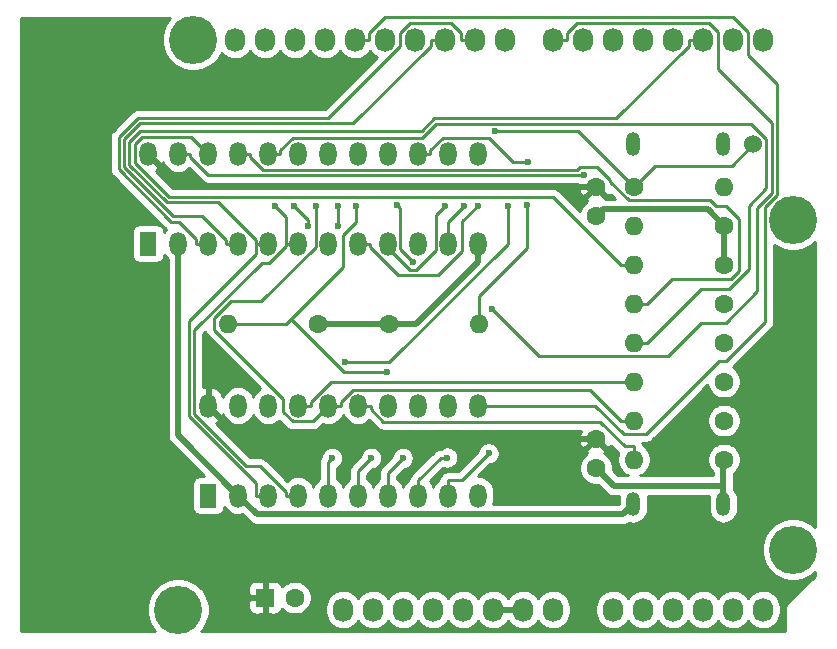
<source format=gtl>
%TF.GenerationSoftware,KiCad,Pcbnew,5.1.10*%
%TF.CreationDate,2021-10-22T18:49:23+01:00*%
%TF.ProjectId,GAL Programmer,47414c20-5072-46f6-9772-616d6d65722e,rev?*%
%TF.SameCoordinates,Original*%
%TF.FileFunction,Copper,L1,Top*%
%TF.FilePolarity,Positive*%
%FSLAX46Y46*%
G04 Gerber Fmt 4.6, Leading zero omitted, Abs format (unit mm)*
G04 Created by KiCad (PCBNEW 5.1.10) date 2021-10-22 18:49:23*
%MOMM*%
%LPD*%
G01*
G04 APERTURE LIST*
%TA.AperFunction,ComponentPad*%
%ADD10O,1.600000X1.600000*%
%TD*%
%TA.AperFunction,ComponentPad*%
%ADD11C,1.600000*%
%TD*%
%TA.AperFunction,ComponentPad*%
%ADD12O,1.200000X2.000000*%
%TD*%
%TA.AperFunction,ComponentPad*%
%ADD13C,1.524000*%
%TD*%
%TA.AperFunction,ComponentPad*%
%ADD14O,1.440000X2.000000*%
%TD*%
%TA.AperFunction,ComponentPad*%
%ADD15R,1.440000X2.000000*%
%TD*%
%TA.AperFunction,ComponentPad*%
%ADD16R,1.600000X1.600000*%
%TD*%
%TA.AperFunction,ComponentPad*%
%ADD17O,1.727200X2.032000*%
%TD*%
%TA.AperFunction,ComponentPad*%
%ADD18C,4.064000*%
%TD*%
%TA.AperFunction,ViaPad*%
%ADD19C,0.600000*%
%TD*%
%TA.AperFunction,Conductor*%
%ADD20C,0.500000*%
%TD*%
%TA.AperFunction,Conductor*%
%ADD21C,0.250000*%
%TD*%
%TA.AperFunction,Conductor*%
%ADD22C,0.254000*%
%TD*%
%TA.AperFunction,Conductor*%
%ADD23C,0.100000*%
%TD*%
G04 APERTURE END LIST*
D10*
%TO.P,R9,2*%
%TO.N,Net-(R9-Pad2)*%
X129160000Y-99631500D03*
D11*
%TO.P,R9,1*%
%TO.N,GND*%
X136780000Y-99631500D03*
%TD*%
D10*
%TO.P,R10,2*%
%TO.N,Net-(R10-Pad2)*%
X150432000Y-99631500D03*
D11*
%TO.P,R10,1*%
%TO.N,GND*%
X142812000Y-99631500D03*
%TD*%
D12*
%TO.P,U1,4*%
%TO.N,GND*%
X171131200Y-114902900D03*
%TO.P,U1,2*%
X171131200Y-84422900D03*
%TO.P,U1,3*%
%TO.N,/Edit*%
X163511200Y-114902900D03*
%TO.P,U1,1*%
%TO.N,+5V*%
X163511200Y-84422900D03*
D13*
%TO.P,U1,5*%
%TO.N,/VPP_EN*%
X173671200Y-84422900D03*
%TD*%
D14*
%TO.P,U3,11*%
%TO.N,/STROBE*%
X150388000Y-106553000D03*
%TO.P,U3,10*%
%TO.N,GND*%
X150388000Y-114173000D03*
%TO.P,U3,12*%
%TO.N,/SDOUT*%
X147848000Y-106553000D03*
%TO.P,U3,9*%
%TO.N,/SDIN*%
X147848000Y-114173000D03*
%TO.P,U3,13*%
%TO.N,Net-(R10-Pad2)*%
X145308000Y-106553000D03*
%TO.P,U3,8*%
%TO.N,/SCLK*%
X145308000Y-114173000D03*
%TO.P,U3,14*%
%TO.N,Net-(R9-Pad2)*%
X142768000Y-106553000D03*
%TO.P,U3,7*%
%TO.N,/RA5*%
X142768000Y-114173000D03*
%TO.P,U3,15*%
%TO.N,Net-(R8-Pad2)*%
X140228000Y-106553000D03*
%TO.P,U3,6*%
%TO.N,/RA4*%
X140228000Y-114173000D03*
%TO.P,U3,16*%
%TO.N,Net-(R7-Pad2)*%
X137688000Y-106553000D03*
%TO.P,U3,5*%
%TO.N,/RA3*%
X137688000Y-114173000D03*
%TO.P,U3,17*%
%TO.N,Net-(R6-Pad2)*%
X135148000Y-106553000D03*
%TO.P,U3,4*%
%TO.N,/RA2*%
X135148000Y-114173000D03*
%TO.P,U3,18*%
%TO.N,/RA0*%
X132608000Y-106553000D03*
%TO.P,U3,3*%
%TO.N,/RA1*%
X132608000Y-114173000D03*
%TO.P,U3,19*%
%TO.N,/PV*%
X130068000Y-106553000D03*
%TO.P,U3,2*%
%TO.N,/Edit*%
X130068000Y-114173000D03*
%TO.P,U3,20*%
%TO.N,VCC*%
X127528000Y-106553000D03*
D15*
%TO.P,U3,1*%
%TO.N,GND*%
X127528000Y-114173000D03*
%TD*%
D14*
%TO.P,U2,13*%
%TO.N,/STROBE*%
X150368000Y-85217000D03*
%TO.P,U2,12*%
%TO.N,GND*%
X150368000Y-92837000D03*
%TO.P,U2,14*%
%TO.N,/SDOUT*%
X147828000Y-85217000D03*
%TO.P,U2,11*%
%TO.N,/SDIN*%
X147828000Y-92837000D03*
%TO.P,U2,15*%
%TO.N,Net-(R10-Pad2)*%
X145288000Y-85217000D03*
%TO.P,U2,10*%
%TO.N,/SCLK*%
X145288000Y-92837000D03*
%TO.P,U2,16*%
%TO.N,Net-(R9-Pad2)*%
X142748000Y-85217000D03*
%TO.P,U2,9*%
%TO.N,/RA5*%
X142748000Y-92837000D03*
%TO.P,U2,17*%
%TO.N,Net-(R8-Pad2)*%
X140208000Y-85217000D03*
%TO.P,U2,8*%
%TO.N,/RA4*%
X140208000Y-92837000D03*
%TO.P,U2,18*%
%TO.N,Net-(R7-Pad2)*%
X137668000Y-85217000D03*
%TO.P,U2,7*%
%TO.N,/RA3*%
X137668000Y-92837000D03*
%TO.P,U2,19*%
%TO.N,Net-(R6-Pad2)*%
X135128000Y-85217000D03*
%TO.P,U2,6*%
%TO.N,/RA2*%
X135128000Y-92837000D03*
%TO.P,U2,20*%
%TO.N,Net-(R5-Pad2)*%
X132588000Y-85217000D03*
%TO.P,U2,5*%
%TO.N,/RA1*%
X132588000Y-92837000D03*
%TO.P,U2,21*%
%TO.N,Net-(R4-Pad2)*%
X130048000Y-85217000D03*
%TO.P,U2,4*%
%TO.N,/RA0*%
X130048000Y-92837000D03*
%TO.P,U2,22*%
%TO.N,Net-(R3-Pad2)*%
X127508000Y-85217000D03*
%TO.P,U2,3*%
%TO.N,/PV*%
X127508000Y-92837000D03*
%TO.P,U2,23*%
%TO.N,Net-(R2-Pad2)*%
X124968000Y-85217000D03*
%TO.P,U2,2*%
%TO.N,/Edit*%
X124968000Y-92837000D03*
%TO.P,U2,24*%
%TO.N,VCC*%
X122428000Y-85217000D03*
D15*
%TO.P,U2,1*%
%TO.N,GND*%
X122428000Y-92837000D03*
%TD*%
D10*
%TO.P,R8,2*%
%TO.N,Net-(R8-Pad2)*%
X163576000Y-111125000D03*
D11*
%TO.P,R8,1*%
%TO.N,GND*%
X171196000Y-111125000D03*
%TD*%
D10*
%TO.P,R7,2*%
%TO.N,Net-(R7-Pad2)*%
X163576000Y-107823000D03*
D11*
%TO.P,R7,1*%
%TO.N,GND*%
X171196000Y-107823000D03*
%TD*%
D10*
%TO.P,R6,2*%
%TO.N,Net-(R6-Pad2)*%
X163576000Y-104521000D03*
D11*
%TO.P,R6,1*%
%TO.N,GND*%
X171196000Y-104521000D03*
%TD*%
D10*
%TO.P,R5,2*%
%TO.N,Net-(R5-Pad2)*%
X163576000Y-101219000D03*
D11*
%TO.P,R5,1*%
%TO.N,GND*%
X171196000Y-101219000D03*
%TD*%
D10*
%TO.P,R4,2*%
%TO.N,Net-(R4-Pad2)*%
X163576000Y-97917000D03*
D11*
%TO.P,R4,1*%
%TO.N,GND*%
X171196000Y-97917000D03*
%TD*%
D10*
%TO.P,R3,2*%
%TO.N,Net-(R3-Pad2)*%
X163576000Y-94615000D03*
D11*
%TO.P,R3,1*%
%TO.N,GND*%
X171196000Y-94615000D03*
%TD*%
D10*
%TO.P,R2,2*%
%TO.N,Net-(R2-Pad2)*%
X163576000Y-91313000D03*
D11*
%TO.P,R2,1*%
%TO.N,GND*%
X171196000Y-91313000D03*
%TD*%
D10*
%TO.P,R1,2*%
%TO.N,GND*%
X171196000Y-88011000D03*
D11*
%TO.P,R1,1*%
%TO.N,/VPP_EN*%
X163576000Y-88011000D03*
%TD*%
%TO.P,C3,2*%
%TO.N,GND*%
X134834000Y-122809000D03*
D16*
%TO.P,C3,1*%
%TO.N,VCC*%
X132334000Y-122809000D03*
%TD*%
D11*
%TO.P,C2,2*%
%TO.N,GND*%
X160338000Y-90511000D03*
%TO.P,C2,1*%
%TO.N,VCC*%
X160338000Y-88011000D03*
%TD*%
%TO.P,C1,2*%
%TO.N,GND*%
X160338000Y-111847000D03*
%TO.P,C1,1*%
%TO.N,VCC*%
X160338000Y-109347000D03*
%TD*%
D17*
%TO.P,P1,8*%
%TO.N,Net-(P1-Pad8)*%
X156718000Y-123825000D03*
%TO.P,P1,7*%
%TO.N,GND*%
X154178000Y-123825000D03*
%TO.P,P1,6*%
X151638000Y-123825000D03*
%TO.P,P1,5*%
%TO.N,+5V*%
X149098000Y-123825000D03*
%TO.P,P1,4*%
%TO.N,Net-(P1-Pad4)*%
X146558000Y-123825000D03*
%TO.P,P1,3*%
%TO.N,Net-(P1-Pad3)*%
X144018000Y-123825000D03*
%TO.P,P1,2*%
%TO.N,Net-(P1-Pad2)*%
X141478000Y-123825000D03*
%TO.P,P1,1*%
%TO.N,Net-(P1-Pad1)*%
X138938000Y-123825000D03*
%TD*%
%TO.P,P2,1*%
%TO.N,Net-(P2-Pad1)*%
X161798000Y-123825000D03*
%TO.P,P2,2*%
%TO.N,Net-(P2-Pad2)*%
X164338000Y-123825000D03*
%TO.P,P2,3*%
%TO.N,Net-(P2-Pad3)*%
X166878000Y-123825000D03*
%TO.P,P2,4*%
%TO.N,Net-(P2-Pad4)*%
X169418000Y-123825000D03*
%TO.P,P2,5*%
%TO.N,Net-(P2-Pad5)*%
X171958000Y-123825000D03*
%TO.P,P2,6*%
%TO.N,Net-(P2-Pad6)*%
X174498000Y-123825000D03*
%TD*%
%TO.P,P3,1*%
%TO.N,Net-(P3-Pad1)*%
X129794000Y-75565000D03*
%TO.P,P3,2*%
%TO.N,Net-(P3-Pad2)*%
X132334000Y-75565000D03*
%TO.P,P3,3*%
%TO.N,Net-(P3-Pad3)*%
X134874000Y-75565000D03*
%TO.P,P3,4*%
%TO.N,GND*%
X137414000Y-75565000D03*
%TO.P,P3,5*%
%TO.N,/STROBE*%
X139954000Y-75565000D03*
%TO.P,P3,6*%
%TO.N,/SDOUT*%
X142494000Y-75565000D03*
%TO.P,P3,7*%
%TO.N,/VPP_EN*%
X145034000Y-75565000D03*
%TO.P,P3,8*%
%TO.N,/RA0*%
X147574000Y-75565000D03*
%TO.P,P3,9*%
%TO.N,/PV*%
X150114000Y-75565000D03*
%TO.P,P3,10*%
%TO.N,/SDIN*%
X152654000Y-75565000D03*
%TD*%
%TO.P,P4,1*%
%TO.N,/SCLK*%
X156718000Y-75565000D03*
%TO.P,P4,2*%
%TO.N,/RA5*%
X159258000Y-75565000D03*
%TO.P,P4,3*%
%TO.N,/RA4*%
X161798000Y-75565000D03*
%TO.P,P4,4*%
%TO.N,/RA3*%
X164338000Y-75565000D03*
%TO.P,P4,5*%
%TO.N,/RA2*%
X166878000Y-75565000D03*
%TO.P,P4,6*%
%TO.N,/RA1*%
X169418000Y-75565000D03*
%TO.P,P4,7*%
%TO.N,Net-(P4-Pad7)*%
X171958000Y-75565000D03*
%TO.P,P4,8*%
%TO.N,Net-(P4-Pad8)*%
X174498000Y-75565000D03*
%TD*%
D18*
%TO.P,P5,1*%
%TO.N,Net-(P5-Pad1)*%
X124968000Y-123825000D03*
%TD*%
%TO.P,P6,1*%
%TO.N,Net-(P6-Pad1)*%
X177038000Y-118745000D03*
%TD*%
%TO.P,P7,1*%
%TO.N,Net-(P7-Pad1)*%
X126238000Y-75565000D03*
%TD*%
%TO.P,P8,1*%
%TO.N,Net-(P8-Pad1)*%
X177038000Y-90805000D03*
%TD*%
D19*
%TO.N,/SDOUT*%
X144874600Y-94376500D03*
X143504300Y-89540700D03*
%TO.N,/VPP_EN*%
X151803400Y-83305900D03*
%TO.N,/SDIN*%
X151269800Y-110594700D03*
X149167700Y-89659600D03*
%TO.N,/SCLK*%
X147762500Y-110955300D03*
X151557400Y-98379400D03*
%TO.N,/RA5*%
X147586800Y-89617500D03*
X143995800Y-110995600D03*
%TO.N,/RA4*%
X141328400Y-110995600D03*
X150324300Y-89659600D03*
%TO.N,/RA3*%
X139128100Y-102892500D03*
X152870800Y-89617500D03*
X138011500Y-110995600D03*
%TO.N,/RA2*%
X133165100Y-89644500D03*
%TO.N,Net-(R2-Pad2)*%
X159317800Y-87020500D03*
%TO.N,Net-(R6-Pad2)*%
X135947000Y-91393200D03*
X134798700Y-89659600D03*
%TO.N,Net-(R7-Pad2)*%
X136622700Y-89619400D03*
%TO.N,Net-(R8-Pad2)*%
X138473100Y-91393200D03*
X138473100Y-89628600D03*
%TO.N,Net-(R9-Pad2)*%
X142623500Y-103706700D03*
X140045400Y-89617500D03*
%TO.N,Net-(R10-Pad2)*%
X154548700Y-89611100D03*
X154589500Y-85913500D03*
%TD*%
D20*
%TO.N,GND*%
X151638000Y-123825000D02*
X154178000Y-123825000D01*
X150368000Y-92837000D02*
X150368000Y-94387300D01*
X150368000Y-94387300D02*
X145123800Y-99631500D01*
X145123800Y-99631500D02*
X142812000Y-99631500D01*
X171196000Y-111125000D02*
X171131200Y-111189800D01*
X171131200Y-111189800D02*
X171131200Y-113352600D01*
X171131200Y-114902900D02*
X171131200Y-113352600D01*
X160338000Y-111847000D02*
X161843600Y-113352600D01*
X161843600Y-113352600D02*
X171131200Y-113352600D01*
X136780000Y-99631500D02*
X142812000Y-99631500D01*
X171196000Y-91313000D02*
X171196000Y-94615000D01*
X160338000Y-90511000D02*
X160921700Y-89927300D01*
X160921700Y-89927300D02*
X169810300Y-89927300D01*
X169810300Y-89927300D02*
X171196000Y-91313000D01*
%TO.N,VCC*%
X127528000Y-106553000D02*
X130322000Y-109347000D01*
X130322000Y-109347000D02*
X160338000Y-109347000D01*
X122428000Y-85217000D02*
X125222000Y-88011000D01*
X125222000Y-88011000D02*
X160338000Y-88011000D01*
D21*
%TO.N,/STROBE*%
X150388000Y-106553000D02*
X160294000Y-106553000D01*
X160294000Y-106553000D02*
X162704000Y-108963000D01*
X162704000Y-108963000D02*
X164568800Y-108963000D01*
X164568800Y-108963000D02*
X170727300Y-102804500D01*
X170727300Y-102804500D02*
X171362800Y-102804500D01*
X171362800Y-102804500D02*
X174680600Y-99486700D01*
X174680600Y-99486700D02*
X174680600Y-89765900D01*
X174680600Y-89765900D02*
X175685500Y-88761000D01*
X175685500Y-88761000D02*
X175685500Y-79363900D01*
X175685500Y-79363900D02*
X173228000Y-76906400D01*
X173228000Y-76906400D02*
X173228000Y-74961600D01*
X173228000Y-74961600D02*
X171928200Y-73661800D01*
X171928200Y-73661800D02*
X142526000Y-73661800D01*
X142526000Y-73661800D02*
X141142900Y-75044900D01*
X141142900Y-75044900D02*
X141142900Y-75565000D01*
X139954000Y-75565000D02*
X141142900Y-75565000D01*
%TO.N,/SDOUT*%
X144874600Y-94376500D02*
X143793400Y-93295300D01*
X143793400Y-93295300D02*
X143793400Y-89829800D01*
X143793400Y-89829800D02*
X143504300Y-89540700D01*
%TO.N,/VPP_EN*%
X163576000Y-88011000D02*
X158870900Y-83305900D01*
X158870900Y-83305900D02*
X151803400Y-83305900D01*
X163576000Y-88011000D02*
X165343900Y-86243100D01*
X165343900Y-86243100D02*
X171851000Y-86243100D01*
X171851000Y-86243100D02*
X173671200Y-84422900D01*
%TO.N,/RA0*%
X146385100Y-75565000D02*
X146385100Y-76085100D01*
X146385100Y-76085100D02*
X139804900Y-82665300D01*
X139804900Y-82665300D02*
X121740600Y-82665300D01*
X121740600Y-82665300D02*
X120380300Y-84025600D01*
X120380300Y-84025600D02*
X120380300Y-86356200D01*
X120380300Y-86356200D02*
X124522500Y-90498400D01*
X124522500Y-90498400D02*
X126958100Y-90498400D01*
X126958100Y-90498400D02*
X129002700Y-92543000D01*
X129002700Y-92543000D02*
X129002700Y-92837000D01*
X130048000Y-92837000D02*
X129002700Y-92837000D01*
X147574000Y-75565000D02*
X146385100Y-75565000D01*
%TO.N,/PV*%
X148925100Y-75565000D02*
X148925100Y-75044900D01*
X148925100Y-75044900D02*
X148073400Y-74193200D01*
X148073400Y-74193200D02*
X144571900Y-74193200D01*
X144571900Y-74193200D02*
X143764000Y-75001100D01*
X143764000Y-75001100D02*
X143764000Y-76140400D01*
X143764000Y-76140400D02*
X137689400Y-82215000D01*
X137689400Y-82215000D02*
X121554000Y-82215000D01*
X121554000Y-82215000D02*
X119930000Y-83839000D01*
X119930000Y-83839000D02*
X119930000Y-86542800D01*
X119930000Y-86542800D02*
X124379400Y-90992200D01*
X124379400Y-90992200D02*
X125041300Y-90992200D01*
X125041300Y-90992200D02*
X126462700Y-92413600D01*
X126462700Y-92413600D02*
X126462700Y-92837000D01*
X150114000Y-75565000D02*
X148925100Y-75565000D01*
X127508000Y-92837000D02*
X126462700Y-92837000D01*
%TO.N,/SDIN*%
X147848000Y-114173000D02*
X147848000Y-112847700D01*
X151269800Y-110594700D02*
X149016800Y-112847700D01*
X149016800Y-112847700D02*
X147848000Y-112847700D01*
X149167700Y-89659600D02*
X147828000Y-90999300D01*
X147828000Y-90999300D02*
X147828000Y-92837000D01*
%TO.N,/SCLK*%
X157906900Y-75565000D02*
X157906900Y-75044900D01*
X157906900Y-75044900D02*
X158774700Y-74177100D01*
X158774700Y-74177100D02*
X169915600Y-74177100D01*
X169915600Y-74177100D02*
X170688000Y-74949500D01*
X170688000Y-74949500D02*
X170688000Y-78073900D01*
X170688000Y-78073900D02*
X175227300Y-82613200D01*
X175227300Y-82613200D02*
X175227300Y-88582300D01*
X175227300Y-88582300D02*
X174013400Y-89796200D01*
X174013400Y-89796200D02*
X174013400Y-96884800D01*
X174013400Y-96884800D02*
X171330200Y-99568000D01*
X171330200Y-99568000D02*
X169234200Y-99568000D01*
X169234200Y-99568000D02*
X166448100Y-102354100D01*
X166448100Y-102354100D02*
X155532100Y-102354100D01*
X155532100Y-102354100D02*
X151557400Y-98379400D01*
X145308000Y-112847700D02*
X147200400Y-110955300D01*
X147200400Y-110955300D02*
X147762500Y-110955300D01*
X145308000Y-114173000D02*
X145308000Y-112847700D01*
X156718000Y-75565000D02*
X157906900Y-75565000D01*
%TO.N,/RA5*%
X147586800Y-89617500D02*
X146782600Y-90421700D01*
X146782600Y-90421700D02*
X146782600Y-93394800D01*
X146782600Y-93394800D02*
X145136700Y-95040700D01*
X145136700Y-95040700D02*
X144587000Y-95040700D01*
X144587000Y-95040700D02*
X142748000Y-93201700D01*
X142748000Y-93201700D02*
X142748000Y-92837000D01*
X142768000Y-114173000D02*
X142768000Y-112223400D01*
X142768000Y-112223400D02*
X143995800Y-110995600D01*
%TO.N,/RA4*%
X140228000Y-114173000D02*
X140228000Y-112096000D01*
X140228000Y-112096000D02*
X141328400Y-110995600D01*
X141253300Y-92837000D02*
X141253300Y-93131000D01*
X141253300Y-93131000D02*
X143613300Y-95491000D01*
X143613300Y-95491000D02*
X146970800Y-95491000D01*
X146970800Y-95491000D02*
X149030900Y-93430900D01*
X149030900Y-93430900D02*
X149030900Y-90953000D01*
X149030900Y-90953000D02*
X150324300Y-89659600D01*
X140208000Y-92837000D02*
X141253300Y-92837000D01*
%TO.N,/RA3*%
X152870800Y-89617500D02*
X152870800Y-92839600D01*
X152870800Y-92839600D02*
X142817900Y-102892500D01*
X142817900Y-102892500D02*
X139128100Y-102892500D01*
X138011500Y-110995600D02*
X137688000Y-111319100D01*
X137688000Y-111319100D02*
X137688000Y-114173000D01*
%TO.N,/RA2*%
X133165100Y-89644500D02*
X134108500Y-90587900D01*
X134108500Y-90587900D02*
X134108500Y-92837000D01*
X135148000Y-114173000D02*
X134102700Y-114173000D01*
X134108500Y-92837000D02*
X134108500Y-93078500D01*
X134108500Y-93078500D02*
X132708400Y-94478600D01*
X132708400Y-94478600D02*
X132044100Y-94478600D01*
X132044100Y-94478600D02*
X126356300Y-100166400D01*
X126356300Y-100166400D02*
X126356300Y-107284400D01*
X126356300Y-107284400D02*
X130747100Y-111675200D01*
X130747100Y-111675200D02*
X131898900Y-111675200D01*
X131898900Y-111675200D02*
X134102700Y-113879000D01*
X134102700Y-113879000D02*
X134102700Y-114173000D01*
X135128000Y-92837000D02*
X134108500Y-92837000D01*
%TO.N,/RA1*%
X168229100Y-75565000D02*
X168229100Y-76085100D01*
X168229100Y-76085100D02*
X162083900Y-82230300D01*
X162083900Y-82230300D02*
X146663000Y-82230300D01*
X146663000Y-82230300D02*
X145619300Y-83274000D01*
X145619300Y-83274000D02*
X121768800Y-83274000D01*
X121768800Y-83274000D02*
X120830600Y-84212200D01*
X120830600Y-84212200D02*
X120830600Y-86169600D01*
X120830600Y-86169600D02*
X124014500Y-89353500D01*
X124014500Y-89353500D02*
X128353200Y-89353500D01*
X128353200Y-89353500D02*
X131542700Y-92543000D01*
X131542700Y-92543000D02*
X131542700Y-92809500D01*
X131542700Y-92809500D02*
X131542800Y-92809500D01*
X131542800Y-92809500D02*
X131570300Y-92837000D01*
X132608000Y-114173000D02*
X131562700Y-114173000D01*
X131570300Y-92837000D02*
X131570300Y-93705700D01*
X131570300Y-93705700D02*
X125905900Y-99370100D01*
X125905900Y-99370100D02*
X125905900Y-107470900D01*
X125905900Y-107470900D02*
X131562700Y-113127700D01*
X131562700Y-113127700D02*
X131562700Y-114173000D01*
X132588000Y-92837000D02*
X131570300Y-92837000D01*
X169418000Y-75565000D02*
X168229100Y-75565000D01*
%TO.N,Net-(R2-Pad2)*%
X124968000Y-85217000D02*
X126013300Y-85217000D01*
X126013300Y-85217000D02*
X126013300Y-85511000D01*
X126013300Y-85511000D02*
X127522800Y-87020500D01*
X127522800Y-87020500D02*
X159317800Y-87020500D01*
%TO.N,Net-(R3-Pad2)*%
X163576000Y-94615000D02*
X162450700Y-94615000D01*
X162450700Y-94615000D02*
X156738800Y-88903100D01*
X156738800Y-88903100D02*
X124201000Y-88903100D01*
X124201000Y-88903100D02*
X121281000Y-85983100D01*
X121281000Y-85983100D02*
X121281000Y-84398700D01*
X121281000Y-84398700D02*
X121888100Y-83791600D01*
X121888100Y-83791600D02*
X126082600Y-83791600D01*
X126082600Y-83791600D02*
X127508000Y-85217000D01*
%TO.N,Net-(R4-Pad2)*%
X163576000Y-97917000D02*
X164701300Y-97917000D01*
X130048000Y-85217000D02*
X131093300Y-85217000D01*
X131093300Y-85217000D02*
X131093300Y-85511000D01*
X131093300Y-85511000D02*
X132152400Y-86570100D01*
X132152400Y-86570100D02*
X158766900Y-86570100D01*
X158766900Y-86570100D02*
X158999900Y-86337100D01*
X158999900Y-86337100D02*
X160413800Y-86337100D01*
X160413800Y-86337100D02*
X161563400Y-87486700D01*
X161563400Y-87486700D02*
X161563400Y-87596200D01*
X161563400Y-87596200D02*
X163137500Y-89170300D01*
X163137500Y-89170300D02*
X170008400Y-89170300D01*
X170008400Y-89170300D02*
X170500100Y-89662000D01*
X170500100Y-89662000D02*
X171362200Y-89662000D01*
X171362200Y-89662000D02*
X172463700Y-90763500D01*
X172463700Y-90763500D02*
X172463700Y-95159300D01*
X172463700Y-95159300D02*
X171777700Y-95845300D01*
X171777700Y-95845300D02*
X166773000Y-95845300D01*
X166773000Y-95845300D02*
X164701300Y-97917000D01*
%TO.N,Net-(R5-Pad2)*%
X164701300Y-101219000D02*
X169258600Y-96661700D01*
X169258600Y-96661700D02*
X171598200Y-96661700D01*
X171598200Y-96661700D02*
X173299300Y-94960600D01*
X173299300Y-94960600D02*
X173299300Y-89624500D01*
X173299300Y-89624500D02*
X174766900Y-88156900D01*
X174766900Y-88156900D02*
X174766900Y-83971600D01*
X174766900Y-83971600D02*
X173475900Y-82680600D01*
X173475900Y-82680600D02*
X146849700Y-82680600D01*
X146849700Y-82680600D02*
X145638700Y-83891600D01*
X145638700Y-83891600D02*
X134664700Y-83891600D01*
X134664700Y-83891600D02*
X133633300Y-84923000D01*
X133633300Y-84923000D02*
X133633300Y-85217000D01*
X163576000Y-101219000D02*
X164701300Y-101219000D01*
X132588000Y-85217000D02*
X133633300Y-85217000D01*
%TO.N,Net-(R6-Pad2)*%
X135947000Y-91393200D02*
X135947000Y-90807900D01*
X135947000Y-90807900D02*
X134798700Y-89659600D01*
X135148000Y-106553000D02*
X136193300Y-106553000D01*
X163576000Y-104521000D02*
X137931300Y-104521000D01*
X137931300Y-104521000D02*
X136193300Y-106259000D01*
X136193300Y-106259000D02*
X136193300Y-106553000D01*
%TO.N,Net-(R7-Pad2)*%
X163576000Y-107823000D02*
X162450700Y-107823000D01*
X137688000Y-106553000D02*
X138733300Y-106553000D01*
X138733300Y-106553000D02*
X138733300Y-106259000D01*
X138733300Y-106259000D02*
X139766600Y-105225700D01*
X139766600Y-105225700D02*
X159853400Y-105225700D01*
X159853400Y-105225700D02*
X162450700Y-107823000D01*
X136622700Y-89619400D02*
X136622700Y-93103300D01*
X136622700Y-93103300D02*
X131996000Y-97730000D01*
X131996000Y-97730000D02*
X129456700Y-97730000D01*
X129456700Y-97730000D02*
X128019000Y-99167700D01*
X128019000Y-99167700D02*
X128019000Y-100117500D01*
X128019000Y-100117500D02*
X133878000Y-105976500D01*
X133878000Y-105976500D02*
X133878000Y-107097900D01*
X133878000Y-107097900D02*
X134668500Y-107888400D01*
X134668500Y-107888400D02*
X136352600Y-107888400D01*
X136352600Y-107888400D02*
X137688000Y-106553000D01*
%TO.N,Net-(R8-Pad2)*%
X163576000Y-111125000D02*
X163576000Y-109999700D01*
X140228000Y-106553000D02*
X141273300Y-106553000D01*
X141273300Y-106553000D02*
X141273300Y-106847000D01*
X141273300Y-106847000D02*
X142338100Y-107911800D01*
X142338100Y-107911800D02*
X160688300Y-107911800D01*
X160688300Y-107911800D02*
X162776200Y-109999700D01*
X162776200Y-109999700D02*
X163576000Y-109999700D01*
X138473100Y-89628600D02*
X138473100Y-91393200D01*
%TO.N,Net-(R9-Pad2)*%
X134523200Y-99211800D02*
X138938000Y-94797000D01*
X138938000Y-94797000D02*
X138938000Y-92147000D01*
X138938000Y-92147000D02*
X140045400Y-91039600D01*
X140045400Y-91039600D02*
X140045400Y-89617500D01*
X129722700Y-99631500D02*
X134103500Y-99631500D01*
X134103500Y-99631500D02*
X134523200Y-99211800D01*
X134523200Y-99211800D02*
X139018100Y-103706700D01*
X139018100Y-103706700D02*
X142623500Y-103706700D01*
X129160000Y-99631500D02*
X129722700Y-99631500D01*
%TO.N,Net-(R10-Pad2)*%
X146333300Y-85217000D02*
X146333300Y-84923000D01*
X146333300Y-84923000D02*
X147364600Y-83891700D01*
X147364600Y-83891700D02*
X151268000Y-83891700D01*
X151268000Y-83891700D02*
X153289700Y-85913400D01*
X153289700Y-85913400D02*
X154589500Y-85913400D01*
X154589500Y-85913400D02*
X154589500Y-85913500D01*
X145288000Y-85217000D02*
X146333300Y-85217000D01*
X150432000Y-99631500D02*
X150432000Y-97295100D01*
X150432000Y-97295100D02*
X154548700Y-93178400D01*
X154548700Y-93178400D02*
X154548700Y-89611100D01*
D20*
%TO.N,/Edit*%
X124968000Y-92837000D02*
X124968000Y-109073000D01*
X124968000Y-109073000D02*
X130068000Y-114173000D01*
X163511200Y-114902900D02*
X162638900Y-115775200D01*
X162638900Y-115775200D02*
X131670200Y-115775200D01*
X131670200Y-115775200D02*
X130068000Y-114173000D01*
%TD*%
D22*
%TO.N,VCC*%
X124166406Y-73864887D02*
X123874536Y-74301702D01*
X123673492Y-74787065D01*
X123571000Y-75302323D01*
X123571000Y-75827677D01*
X123673492Y-76342935D01*
X123874536Y-76828298D01*
X124166406Y-77265113D01*
X124537887Y-77636594D01*
X124974702Y-77928464D01*
X125460065Y-78129508D01*
X125975323Y-78232000D01*
X126500677Y-78232000D01*
X127015935Y-78129508D01*
X127501298Y-77928464D01*
X127938113Y-77636594D01*
X128309594Y-77265113D01*
X128601464Y-76828298D01*
X128657001Y-76694219D01*
X128729203Y-76782197D01*
X128957395Y-76969469D01*
X129217737Y-77108625D01*
X129500224Y-77194316D01*
X129794000Y-77223251D01*
X130087777Y-77194316D01*
X130370264Y-77108625D01*
X130630606Y-76969469D01*
X130858797Y-76782197D01*
X131046069Y-76554006D01*
X131064000Y-76520459D01*
X131081931Y-76554006D01*
X131269203Y-76782197D01*
X131497395Y-76969469D01*
X131757737Y-77108625D01*
X132040224Y-77194316D01*
X132334000Y-77223251D01*
X132627777Y-77194316D01*
X132910264Y-77108625D01*
X133170606Y-76969469D01*
X133398797Y-76782197D01*
X133586069Y-76554006D01*
X133604000Y-76520459D01*
X133621931Y-76554006D01*
X133809203Y-76782197D01*
X134037395Y-76969469D01*
X134297737Y-77108625D01*
X134580224Y-77194316D01*
X134874000Y-77223251D01*
X135167777Y-77194316D01*
X135450264Y-77108625D01*
X135710606Y-76969469D01*
X135938797Y-76782197D01*
X136126069Y-76554006D01*
X136144000Y-76520459D01*
X136161931Y-76554006D01*
X136349203Y-76782197D01*
X136577395Y-76969469D01*
X136837737Y-77108625D01*
X137120224Y-77194316D01*
X137414000Y-77223251D01*
X137707777Y-77194316D01*
X137990264Y-77108625D01*
X138250606Y-76969469D01*
X138478797Y-76782197D01*
X138666069Y-76554006D01*
X138684000Y-76520459D01*
X138701931Y-76554006D01*
X138889203Y-76782197D01*
X139117395Y-76969469D01*
X139377737Y-77108625D01*
X139660224Y-77194316D01*
X139954000Y-77223251D01*
X140247777Y-77194316D01*
X140530264Y-77108625D01*
X140790606Y-76969469D01*
X141018797Y-76782197D01*
X141206069Y-76554006D01*
X141224000Y-76520459D01*
X141241931Y-76554006D01*
X141429203Y-76782197D01*
X141657395Y-76969469D01*
X141789511Y-77040087D01*
X137374599Y-81455000D01*
X121591323Y-81455000D01*
X121554000Y-81451324D01*
X121516677Y-81455000D01*
X121516667Y-81455000D01*
X121405014Y-81465997D01*
X121261753Y-81509454D01*
X121129724Y-81580026D01*
X121013999Y-81674999D01*
X120990201Y-81703997D01*
X119419003Y-83275196D01*
X119389999Y-83298999D01*
X119359120Y-83336626D01*
X119295026Y-83414724D01*
X119249791Y-83499353D01*
X119224454Y-83546754D01*
X119180997Y-83690015D01*
X119170000Y-83801668D01*
X119170000Y-83801678D01*
X119166324Y-83839000D01*
X119170000Y-83876323D01*
X119170001Y-86505468D01*
X119166324Y-86542800D01*
X119170001Y-86580133D01*
X119180998Y-86691786D01*
X119192060Y-86728253D01*
X119224454Y-86835046D01*
X119295026Y-86967076D01*
X119366201Y-87053802D01*
X119390000Y-87082801D01*
X119418998Y-87106599D01*
X123815600Y-91503202D01*
X123839399Y-91532201D01*
X123955124Y-91627174D01*
X123971166Y-91635749D01*
X123835908Y-91800561D01*
X123786072Y-91893797D01*
X123786072Y-91837000D01*
X123773812Y-91712518D01*
X123737502Y-91592820D01*
X123678537Y-91482506D01*
X123599185Y-91385815D01*
X123502494Y-91306463D01*
X123392180Y-91247498D01*
X123272482Y-91211188D01*
X123148000Y-91198928D01*
X121708000Y-91198928D01*
X121583518Y-91211188D01*
X121463820Y-91247498D01*
X121353506Y-91306463D01*
X121256815Y-91385815D01*
X121177463Y-91482506D01*
X121118498Y-91592820D01*
X121082188Y-91712518D01*
X121069928Y-91837000D01*
X121069928Y-93837000D01*
X121082188Y-93961482D01*
X121118498Y-94081180D01*
X121177463Y-94191494D01*
X121256815Y-94288185D01*
X121353506Y-94367537D01*
X121463820Y-94426502D01*
X121583518Y-94462812D01*
X121708000Y-94475072D01*
X123148000Y-94475072D01*
X123272482Y-94462812D01*
X123392180Y-94426502D01*
X123502494Y-94367537D01*
X123599185Y-94288185D01*
X123678537Y-94191494D01*
X123737502Y-94081180D01*
X123773812Y-93961482D01*
X123786072Y-93837000D01*
X123786072Y-93780204D01*
X123835908Y-93873440D01*
X124005236Y-94079765D01*
X124083000Y-94143585D01*
X124083001Y-109029521D01*
X124078719Y-109073000D01*
X124095805Y-109246490D01*
X124146412Y-109413313D01*
X124228590Y-109567059D01*
X124311468Y-109668046D01*
X124311471Y-109668049D01*
X124339184Y-109701817D01*
X124372952Y-109729530D01*
X127178349Y-112534928D01*
X126808000Y-112534928D01*
X126683518Y-112547188D01*
X126563820Y-112583498D01*
X126453506Y-112642463D01*
X126356815Y-112721815D01*
X126277463Y-112818506D01*
X126218498Y-112928820D01*
X126182188Y-113048518D01*
X126169928Y-113173000D01*
X126169928Y-115173000D01*
X126182188Y-115297482D01*
X126218498Y-115417180D01*
X126277463Y-115527494D01*
X126356815Y-115624185D01*
X126453506Y-115703537D01*
X126563820Y-115762502D01*
X126683518Y-115798812D01*
X126808000Y-115811072D01*
X128248000Y-115811072D01*
X128372482Y-115798812D01*
X128492180Y-115762502D01*
X128602494Y-115703537D01*
X128699185Y-115624185D01*
X128778537Y-115527494D01*
X128837502Y-115417180D01*
X128873812Y-115297482D01*
X128886072Y-115173000D01*
X128886072Y-115116204D01*
X128935908Y-115209440D01*
X129105236Y-115415765D01*
X129311561Y-115585092D01*
X129546956Y-115710914D01*
X129802375Y-115788394D01*
X130068000Y-115814556D01*
X130333626Y-115788394D01*
X130408962Y-115765541D01*
X131013670Y-116370249D01*
X131041383Y-116404017D01*
X131075151Y-116431730D01*
X131075153Y-116431732D01*
X131096695Y-116449411D01*
X131176141Y-116514611D01*
X131329887Y-116596789D01*
X131446103Y-116632043D01*
X131496709Y-116647395D01*
X131511506Y-116648852D01*
X131626723Y-116660200D01*
X131626731Y-116660200D01*
X131670200Y-116664481D01*
X131713669Y-116660200D01*
X162595431Y-116660200D01*
X162638900Y-116664481D01*
X162682369Y-116660200D01*
X162682377Y-116660200D01*
X162812390Y-116647395D01*
X162979213Y-116596789D01*
X163132959Y-116514611D01*
X163164878Y-116488415D01*
X163269098Y-116520030D01*
X163511200Y-116543875D01*
X163753301Y-116520030D01*
X163986100Y-116449411D01*
X164200648Y-116334733D01*
X164388702Y-116180402D01*
X164543033Y-115992349D01*
X164657711Y-115777801D01*
X164728330Y-115545002D01*
X164746200Y-115363565D01*
X164746200Y-114442236D01*
X164728330Y-114260799D01*
X164721293Y-114237600D01*
X169921107Y-114237600D01*
X169914070Y-114260798D01*
X169896200Y-114442235D01*
X169896200Y-115363564D01*
X169914070Y-115545001D01*
X169984689Y-115777800D01*
X170099367Y-115992348D01*
X170253698Y-116180402D01*
X170441751Y-116334733D01*
X170656299Y-116449411D01*
X170889098Y-116520030D01*
X171131200Y-116543875D01*
X171373301Y-116520030D01*
X171606100Y-116449411D01*
X171820648Y-116334733D01*
X172008702Y-116180402D01*
X172163033Y-115992349D01*
X172277711Y-115777801D01*
X172348330Y-115545002D01*
X172366200Y-115363565D01*
X172366200Y-114442236D01*
X172348330Y-114260799D01*
X172277711Y-114027999D01*
X172163033Y-113813451D01*
X172016200Y-113634534D01*
X172016200Y-113396077D01*
X172020482Y-113352600D01*
X172016200Y-113309123D01*
X172016200Y-112302819D01*
X172110759Y-112239637D01*
X172310637Y-112039759D01*
X172467680Y-111804727D01*
X172575853Y-111543574D01*
X172631000Y-111266335D01*
X172631000Y-110983665D01*
X172575853Y-110706426D01*
X172467680Y-110445273D01*
X172310637Y-110210241D01*
X172110759Y-110010363D01*
X171875727Y-109853320D01*
X171614574Y-109745147D01*
X171337335Y-109690000D01*
X171054665Y-109690000D01*
X170777426Y-109745147D01*
X170516273Y-109853320D01*
X170281241Y-110010363D01*
X170081363Y-110210241D01*
X169924320Y-110445273D01*
X169816147Y-110706426D01*
X169761000Y-110983665D01*
X169761000Y-111266335D01*
X169816147Y-111543574D01*
X169924320Y-111804727D01*
X170081363Y-112039759D01*
X170246200Y-112204596D01*
X170246201Y-112467600D01*
X164084511Y-112467600D01*
X164255727Y-112396680D01*
X164490759Y-112239637D01*
X164690637Y-112039759D01*
X164847680Y-111804727D01*
X164955853Y-111543574D01*
X165011000Y-111266335D01*
X165011000Y-110983665D01*
X164955853Y-110706426D01*
X164847680Y-110445273D01*
X164690637Y-110210241D01*
X164490759Y-110010363D01*
X164330158Y-109903053D01*
X164325003Y-109850714D01*
X164286262Y-109723000D01*
X164531478Y-109723000D01*
X164568800Y-109726676D01*
X164606122Y-109723000D01*
X164606133Y-109723000D01*
X164717786Y-109712003D01*
X164861047Y-109668546D01*
X164993076Y-109597974D01*
X165108801Y-109503001D01*
X165132604Y-109473997D01*
X166924936Y-107681665D01*
X169761000Y-107681665D01*
X169761000Y-107964335D01*
X169816147Y-108241574D01*
X169924320Y-108502727D01*
X170081363Y-108737759D01*
X170281241Y-108937637D01*
X170516273Y-109094680D01*
X170777426Y-109202853D01*
X171054665Y-109258000D01*
X171337335Y-109258000D01*
X171614574Y-109202853D01*
X171875727Y-109094680D01*
X172110759Y-108937637D01*
X172310637Y-108737759D01*
X172467680Y-108502727D01*
X172575853Y-108241574D01*
X172631000Y-107964335D01*
X172631000Y-107681665D01*
X172575853Y-107404426D01*
X172467680Y-107143273D01*
X172310637Y-106908241D01*
X172110759Y-106708363D01*
X171875727Y-106551320D01*
X171614574Y-106443147D01*
X171337335Y-106388000D01*
X171054665Y-106388000D01*
X170777426Y-106443147D01*
X170516273Y-106551320D01*
X170281241Y-106708363D01*
X170081363Y-106908241D01*
X169924320Y-107143273D01*
X169816147Y-107404426D01*
X169761000Y-107681665D01*
X166924936Y-107681665D01*
X169791406Y-104815196D01*
X169816147Y-104939574D01*
X169924320Y-105200727D01*
X170081363Y-105435759D01*
X170281241Y-105635637D01*
X170516273Y-105792680D01*
X170777426Y-105900853D01*
X171054665Y-105956000D01*
X171337335Y-105956000D01*
X171614574Y-105900853D01*
X171875727Y-105792680D01*
X172110759Y-105635637D01*
X172310637Y-105435759D01*
X172467680Y-105200727D01*
X172575853Y-104939574D01*
X172631000Y-104662335D01*
X172631000Y-104379665D01*
X172575853Y-104102426D01*
X172467680Y-103841273D01*
X172310637Y-103606241D01*
X172110759Y-103406363D01*
X171945896Y-103296205D01*
X175191604Y-100050498D01*
X175220601Y-100026701D01*
X175315574Y-99910976D01*
X175386146Y-99778947D01*
X175429603Y-99635686D01*
X175440600Y-99524033D01*
X175440600Y-99524025D01*
X175444276Y-99486700D01*
X175440600Y-99449375D01*
X175440600Y-92945225D01*
X175774702Y-93168464D01*
X176260065Y-93369508D01*
X176775323Y-93472000D01*
X177300677Y-93472000D01*
X177815935Y-93369508D01*
X178301298Y-93168464D01*
X178738113Y-92876594D01*
X178868001Y-92746706D01*
X178868000Y-116803293D01*
X178738113Y-116673406D01*
X178301298Y-116381536D01*
X177815935Y-116180492D01*
X177300677Y-116078000D01*
X176775323Y-116078000D01*
X176260065Y-116180492D01*
X175774702Y-116381536D01*
X175337887Y-116673406D01*
X174966406Y-117044887D01*
X174674536Y-117481702D01*
X174473492Y-117967065D01*
X174371000Y-118482323D01*
X174371000Y-119007677D01*
X174473492Y-119522935D01*
X174674536Y-120008298D01*
X174966406Y-120445113D01*
X175337887Y-120816594D01*
X175774702Y-121108464D01*
X176260065Y-121309508D01*
X176775323Y-121412000D01*
X177300677Y-121412000D01*
X177815935Y-121309508D01*
X178301298Y-121108464D01*
X178738113Y-120816594D01*
X178868000Y-120686707D01*
X178868000Y-120990908D01*
X176560617Y-123298292D01*
X176533526Y-123320525D01*
X176511293Y-123347616D01*
X176444801Y-123428637D01*
X176378872Y-123551981D01*
X176338274Y-123685816D01*
X176324565Y-123825000D01*
X176328001Y-123859885D01*
X176328000Y-125655000D01*
X126909707Y-125655000D01*
X127039594Y-125525113D01*
X127331464Y-125088298D01*
X127532508Y-124602935D01*
X127635000Y-124087677D01*
X127635000Y-123609000D01*
X130895928Y-123609000D01*
X130908188Y-123733482D01*
X130944498Y-123853180D01*
X131003463Y-123963494D01*
X131082815Y-124060185D01*
X131179506Y-124139537D01*
X131289820Y-124198502D01*
X131409518Y-124234812D01*
X131534000Y-124247072D01*
X132048250Y-124244000D01*
X132207000Y-124085250D01*
X132207000Y-122936000D01*
X131057750Y-122936000D01*
X130899000Y-123094750D01*
X130895928Y-123609000D01*
X127635000Y-123609000D01*
X127635000Y-123562323D01*
X127532508Y-123047065D01*
X127331464Y-122561702D01*
X127039594Y-122124887D01*
X126923707Y-122009000D01*
X130895928Y-122009000D01*
X130899000Y-122523250D01*
X131057750Y-122682000D01*
X132207000Y-122682000D01*
X132207000Y-121532750D01*
X132461000Y-121532750D01*
X132461000Y-122682000D01*
X132481000Y-122682000D01*
X132481000Y-122936000D01*
X132461000Y-122936000D01*
X132461000Y-124085250D01*
X132619750Y-124244000D01*
X133134000Y-124247072D01*
X133258482Y-124234812D01*
X133378180Y-124198502D01*
X133488494Y-124139537D01*
X133585185Y-124060185D01*
X133664537Y-123963494D01*
X133723502Y-123853180D01*
X133752661Y-123757057D01*
X133919241Y-123923637D01*
X134154273Y-124080680D01*
X134415426Y-124188853D01*
X134692665Y-124244000D01*
X134975335Y-124244000D01*
X135252574Y-124188853D01*
X135513727Y-124080680D01*
X135748759Y-123923637D01*
X135948637Y-123723759D01*
X136032010Y-123598982D01*
X137439400Y-123598982D01*
X137439400Y-124051019D01*
X137461084Y-124271177D01*
X137546775Y-124553664D01*
X137685931Y-124814006D01*
X137873203Y-125042197D01*
X138101395Y-125229469D01*
X138361737Y-125368625D01*
X138644224Y-125454316D01*
X138938000Y-125483251D01*
X139231777Y-125454316D01*
X139514264Y-125368625D01*
X139774606Y-125229469D01*
X140002797Y-125042197D01*
X140190069Y-124814006D01*
X140208000Y-124780459D01*
X140225931Y-124814006D01*
X140413203Y-125042197D01*
X140641395Y-125229469D01*
X140901737Y-125368625D01*
X141184224Y-125454316D01*
X141478000Y-125483251D01*
X141771777Y-125454316D01*
X142054264Y-125368625D01*
X142314606Y-125229469D01*
X142542797Y-125042197D01*
X142730069Y-124814006D01*
X142748000Y-124780459D01*
X142765931Y-124814006D01*
X142953203Y-125042197D01*
X143181395Y-125229469D01*
X143441737Y-125368625D01*
X143724224Y-125454316D01*
X144018000Y-125483251D01*
X144311777Y-125454316D01*
X144594264Y-125368625D01*
X144854606Y-125229469D01*
X145082797Y-125042197D01*
X145270069Y-124814006D01*
X145288000Y-124780459D01*
X145305931Y-124814006D01*
X145493203Y-125042197D01*
X145721395Y-125229469D01*
X145981737Y-125368625D01*
X146264224Y-125454316D01*
X146558000Y-125483251D01*
X146851777Y-125454316D01*
X147134264Y-125368625D01*
X147394606Y-125229469D01*
X147622797Y-125042197D01*
X147810069Y-124814006D01*
X147828000Y-124780459D01*
X147845931Y-124814006D01*
X148033203Y-125042197D01*
X148261395Y-125229469D01*
X148521737Y-125368625D01*
X148804224Y-125454316D01*
X149098000Y-125483251D01*
X149391777Y-125454316D01*
X149674264Y-125368625D01*
X149934606Y-125229469D01*
X150162797Y-125042197D01*
X150350069Y-124814006D01*
X150368000Y-124780459D01*
X150385931Y-124814006D01*
X150573203Y-125042197D01*
X150801395Y-125229469D01*
X151061737Y-125368625D01*
X151344224Y-125454316D01*
X151638000Y-125483251D01*
X151931777Y-125454316D01*
X152214264Y-125368625D01*
X152474606Y-125229469D01*
X152702797Y-125042197D01*
X152890069Y-124814006D01*
X152908000Y-124780459D01*
X152925931Y-124814006D01*
X153113203Y-125042197D01*
X153341395Y-125229469D01*
X153601737Y-125368625D01*
X153884224Y-125454316D01*
X154178000Y-125483251D01*
X154471777Y-125454316D01*
X154754264Y-125368625D01*
X155014606Y-125229469D01*
X155242797Y-125042197D01*
X155430069Y-124814006D01*
X155448000Y-124780459D01*
X155465931Y-124814006D01*
X155653203Y-125042197D01*
X155881395Y-125229469D01*
X156141737Y-125368625D01*
X156424224Y-125454316D01*
X156718000Y-125483251D01*
X157011777Y-125454316D01*
X157294264Y-125368625D01*
X157554606Y-125229469D01*
X157782797Y-125042197D01*
X157970069Y-124814006D01*
X158109225Y-124553663D01*
X158194916Y-124271176D01*
X158216600Y-124051018D01*
X158216600Y-123598982D01*
X160299400Y-123598982D01*
X160299400Y-124051019D01*
X160321084Y-124271177D01*
X160406775Y-124553664D01*
X160545931Y-124814006D01*
X160733203Y-125042197D01*
X160961395Y-125229469D01*
X161221737Y-125368625D01*
X161504224Y-125454316D01*
X161798000Y-125483251D01*
X162091777Y-125454316D01*
X162374264Y-125368625D01*
X162634606Y-125229469D01*
X162862797Y-125042197D01*
X163050069Y-124814006D01*
X163068000Y-124780459D01*
X163085931Y-124814006D01*
X163273203Y-125042197D01*
X163501395Y-125229469D01*
X163761737Y-125368625D01*
X164044224Y-125454316D01*
X164338000Y-125483251D01*
X164631777Y-125454316D01*
X164914264Y-125368625D01*
X165174606Y-125229469D01*
X165402797Y-125042197D01*
X165590069Y-124814006D01*
X165608000Y-124780459D01*
X165625931Y-124814006D01*
X165813203Y-125042197D01*
X166041395Y-125229469D01*
X166301737Y-125368625D01*
X166584224Y-125454316D01*
X166878000Y-125483251D01*
X167171777Y-125454316D01*
X167454264Y-125368625D01*
X167714606Y-125229469D01*
X167942797Y-125042197D01*
X168130069Y-124814006D01*
X168148000Y-124780459D01*
X168165931Y-124814006D01*
X168353203Y-125042197D01*
X168581395Y-125229469D01*
X168841737Y-125368625D01*
X169124224Y-125454316D01*
X169418000Y-125483251D01*
X169711777Y-125454316D01*
X169994264Y-125368625D01*
X170254606Y-125229469D01*
X170482797Y-125042197D01*
X170670069Y-124814006D01*
X170688000Y-124780459D01*
X170705931Y-124814006D01*
X170893203Y-125042197D01*
X171121395Y-125229469D01*
X171381737Y-125368625D01*
X171664224Y-125454316D01*
X171958000Y-125483251D01*
X172251777Y-125454316D01*
X172534264Y-125368625D01*
X172794606Y-125229469D01*
X173022797Y-125042197D01*
X173210069Y-124814006D01*
X173228000Y-124780459D01*
X173245931Y-124814006D01*
X173433203Y-125042197D01*
X173661395Y-125229469D01*
X173921737Y-125368625D01*
X174204224Y-125454316D01*
X174498000Y-125483251D01*
X174791777Y-125454316D01*
X175074264Y-125368625D01*
X175334606Y-125229469D01*
X175562797Y-125042197D01*
X175750069Y-124814006D01*
X175889225Y-124553663D01*
X175974916Y-124271176D01*
X175996600Y-124051018D01*
X175996600Y-123598981D01*
X175974916Y-123378823D01*
X175889225Y-123096336D01*
X175750069Y-122835994D01*
X175562797Y-122607803D01*
X175334605Y-122420531D01*
X175074263Y-122281375D01*
X174791776Y-122195684D01*
X174498000Y-122166749D01*
X174204223Y-122195684D01*
X173921736Y-122281375D01*
X173661394Y-122420531D01*
X173433203Y-122607803D01*
X173245931Y-122835995D01*
X173228000Y-122869541D01*
X173210069Y-122835994D01*
X173022797Y-122607803D01*
X172794605Y-122420531D01*
X172534263Y-122281375D01*
X172251776Y-122195684D01*
X171958000Y-122166749D01*
X171664223Y-122195684D01*
X171381736Y-122281375D01*
X171121394Y-122420531D01*
X170893203Y-122607803D01*
X170705931Y-122835995D01*
X170688000Y-122869541D01*
X170670069Y-122835994D01*
X170482797Y-122607803D01*
X170254605Y-122420531D01*
X169994263Y-122281375D01*
X169711776Y-122195684D01*
X169418000Y-122166749D01*
X169124223Y-122195684D01*
X168841736Y-122281375D01*
X168581394Y-122420531D01*
X168353203Y-122607803D01*
X168165931Y-122835995D01*
X168148000Y-122869541D01*
X168130069Y-122835994D01*
X167942797Y-122607803D01*
X167714605Y-122420531D01*
X167454263Y-122281375D01*
X167171776Y-122195684D01*
X166878000Y-122166749D01*
X166584223Y-122195684D01*
X166301736Y-122281375D01*
X166041394Y-122420531D01*
X165813203Y-122607803D01*
X165625931Y-122835995D01*
X165608000Y-122869541D01*
X165590069Y-122835994D01*
X165402797Y-122607803D01*
X165174605Y-122420531D01*
X164914263Y-122281375D01*
X164631776Y-122195684D01*
X164338000Y-122166749D01*
X164044223Y-122195684D01*
X163761736Y-122281375D01*
X163501394Y-122420531D01*
X163273203Y-122607803D01*
X163085931Y-122835995D01*
X163068000Y-122869541D01*
X163050069Y-122835994D01*
X162862797Y-122607803D01*
X162634605Y-122420531D01*
X162374263Y-122281375D01*
X162091776Y-122195684D01*
X161798000Y-122166749D01*
X161504223Y-122195684D01*
X161221736Y-122281375D01*
X160961394Y-122420531D01*
X160733203Y-122607803D01*
X160545931Y-122835995D01*
X160406775Y-123096337D01*
X160321084Y-123378824D01*
X160299400Y-123598982D01*
X158216600Y-123598982D01*
X158216600Y-123598981D01*
X158194916Y-123378823D01*
X158109225Y-123096336D01*
X157970069Y-122835994D01*
X157782797Y-122607803D01*
X157554605Y-122420531D01*
X157294263Y-122281375D01*
X157011776Y-122195684D01*
X156718000Y-122166749D01*
X156424223Y-122195684D01*
X156141736Y-122281375D01*
X155881394Y-122420531D01*
X155653203Y-122607803D01*
X155465931Y-122835995D01*
X155448000Y-122869541D01*
X155430069Y-122835994D01*
X155242797Y-122607803D01*
X155014605Y-122420531D01*
X154754263Y-122281375D01*
X154471776Y-122195684D01*
X154178000Y-122166749D01*
X153884223Y-122195684D01*
X153601736Y-122281375D01*
X153341394Y-122420531D01*
X153113203Y-122607803D01*
X152925931Y-122835995D01*
X152908000Y-122869541D01*
X152890069Y-122835994D01*
X152702797Y-122607803D01*
X152474605Y-122420531D01*
X152214263Y-122281375D01*
X151931776Y-122195684D01*
X151638000Y-122166749D01*
X151344223Y-122195684D01*
X151061736Y-122281375D01*
X150801394Y-122420531D01*
X150573203Y-122607803D01*
X150385931Y-122835995D01*
X150368000Y-122869541D01*
X150350069Y-122835994D01*
X150162797Y-122607803D01*
X149934605Y-122420531D01*
X149674263Y-122281375D01*
X149391776Y-122195684D01*
X149098000Y-122166749D01*
X148804223Y-122195684D01*
X148521736Y-122281375D01*
X148261394Y-122420531D01*
X148033203Y-122607803D01*
X147845931Y-122835995D01*
X147828000Y-122869541D01*
X147810069Y-122835994D01*
X147622797Y-122607803D01*
X147394605Y-122420531D01*
X147134263Y-122281375D01*
X146851776Y-122195684D01*
X146558000Y-122166749D01*
X146264223Y-122195684D01*
X145981736Y-122281375D01*
X145721394Y-122420531D01*
X145493203Y-122607803D01*
X145305931Y-122835995D01*
X145288000Y-122869541D01*
X145270069Y-122835994D01*
X145082797Y-122607803D01*
X144854605Y-122420531D01*
X144594263Y-122281375D01*
X144311776Y-122195684D01*
X144018000Y-122166749D01*
X143724223Y-122195684D01*
X143441736Y-122281375D01*
X143181394Y-122420531D01*
X142953203Y-122607803D01*
X142765931Y-122835995D01*
X142748000Y-122869541D01*
X142730069Y-122835994D01*
X142542797Y-122607803D01*
X142314605Y-122420531D01*
X142054263Y-122281375D01*
X141771776Y-122195684D01*
X141478000Y-122166749D01*
X141184223Y-122195684D01*
X140901736Y-122281375D01*
X140641394Y-122420531D01*
X140413203Y-122607803D01*
X140225931Y-122835995D01*
X140208000Y-122869541D01*
X140190069Y-122835994D01*
X140002797Y-122607803D01*
X139774605Y-122420531D01*
X139514263Y-122281375D01*
X139231776Y-122195684D01*
X138938000Y-122166749D01*
X138644223Y-122195684D01*
X138361736Y-122281375D01*
X138101394Y-122420531D01*
X137873203Y-122607803D01*
X137685931Y-122835995D01*
X137546775Y-123096337D01*
X137461084Y-123378824D01*
X137439400Y-123598982D01*
X136032010Y-123598982D01*
X136105680Y-123488727D01*
X136213853Y-123227574D01*
X136269000Y-122950335D01*
X136269000Y-122667665D01*
X136213853Y-122390426D01*
X136105680Y-122129273D01*
X135948637Y-121894241D01*
X135748759Y-121694363D01*
X135513727Y-121537320D01*
X135252574Y-121429147D01*
X134975335Y-121374000D01*
X134692665Y-121374000D01*
X134415426Y-121429147D01*
X134154273Y-121537320D01*
X133919241Y-121694363D01*
X133752661Y-121860943D01*
X133723502Y-121764820D01*
X133664537Y-121654506D01*
X133585185Y-121557815D01*
X133488494Y-121478463D01*
X133378180Y-121419498D01*
X133258482Y-121383188D01*
X133134000Y-121370928D01*
X132619750Y-121374000D01*
X132461000Y-121532750D01*
X132207000Y-121532750D01*
X132048250Y-121374000D01*
X131534000Y-121370928D01*
X131409518Y-121383188D01*
X131289820Y-121419498D01*
X131179506Y-121478463D01*
X131082815Y-121557815D01*
X131003463Y-121654506D01*
X130944498Y-121764820D01*
X130908188Y-121884518D01*
X130895928Y-122009000D01*
X126923707Y-122009000D01*
X126668113Y-121753406D01*
X126231298Y-121461536D01*
X125745935Y-121260492D01*
X125230677Y-121158000D01*
X124705323Y-121158000D01*
X124190065Y-121260492D01*
X123704702Y-121461536D01*
X123267887Y-121753406D01*
X122896406Y-122124887D01*
X122604536Y-122561702D01*
X122403492Y-123047065D01*
X122301000Y-123562323D01*
X122301000Y-124087677D01*
X122403492Y-124602935D01*
X122604536Y-125088298D01*
X122896406Y-125525113D01*
X123026293Y-125655000D01*
X111708000Y-125655000D01*
X111708000Y-73735000D01*
X124296293Y-73735000D01*
X124166406Y-73864887D01*
%TA.AperFunction,Conductor*%
D23*
G36*
X124166406Y-73864887D02*
G01*
X123874536Y-74301702D01*
X123673492Y-74787065D01*
X123571000Y-75302323D01*
X123571000Y-75827677D01*
X123673492Y-76342935D01*
X123874536Y-76828298D01*
X124166406Y-77265113D01*
X124537887Y-77636594D01*
X124974702Y-77928464D01*
X125460065Y-78129508D01*
X125975323Y-78232000D01*
X126500677Y-78232000D01*
X127015935Y-78129508D01*
X127501298Y-77928464D01*
X127938113Y-77636594D01*
X128309594Y-77265113D01*
X128601464Y-76828298D01*
X128657001Y-76694219D01*
X128729203Y-76782197D01*
X128957395Y-76969469D01*
X129217737Y-77108625D01*
X129500224Y-77194316D01*
X129794000Y-77223251D01*
X130087777Y-77194316D01*
X130370264Y-77108625D01*
X130630606Y-76969469D01*
X130858797Y-76782197D01*
X131046069Y-76554006D01*
X131064000Y-76520459D01*
X131081931Y-76554006D01*
X131269203Y-76782197D01*
X131497395Y-76969469D01*
X131757737Y-77108625D01*
X132040224Y-77194316D01*
X132334000Y-77223251D01*
X132627777Y-77194316D01*
X132910264Y-77108625D01*
X133170606Y-76969469D01*
X133398797Y-76782197D01*
X133586069Y-76554006D01*
X133604000Y-76520459D01*
X133621931Y-76554006D01*
X133809203Y-76782197D01*
X134037395Y-76969469D01*
X134297737Y-77108625D01*
X134580224Y-77194316D01*
X134874000Y-77223251D01*
X135167777Y-77194316D01*
X135450264Y-77108625D01*
X135710606Y-76969469D01*
X135938797Y-76782197D01*
X136126069Y-76554006D01*
X136144000Y-76520459D01*
X136161931Y-76554006D01*
X136349203Y-76782197D01*
X136577395Y-76969469D01*
X136837737Y-77108625D01*
X137120224Y-77194316D01*
X137414000Y-77223251D01*
X137707777Y-77194316D01*
X137990264Y-77108625D01*
X138250606Y-76969469D01*
X138478797Y-76782197D01*
X138666069Y-76554006D01*
X138684000Y-76520459D01*
X138701931Y-76554006D01*
X138889203Y-76782197D01*
X139117395Y-76969469D01*
X139377737Y-77108625D01*
X139660224Y-77194316D01*
X139954000Y-77223251D01*
X140247777Y-77194316D01*
X140530264Y-77108625D01*
X140790606Y-76969469D01*
X141018797Y-76782197D01*
X141206069Y-76554006D01*
X141224000Y-76520459D01*
X141241931Y-76554006D01*
X141429203Y-76782197D01*
X141657395Y-76969469D01*
X141789511Y-77040087D01*
X137374599Y-81455000D01*
X121591323Y-81455000D01*
X121554000Y-81451324D01*
X121516677Y-81455000D01*
X121516667Y-81455000D01*
X121405014Y-81465997D01*
X121261753Y-81509454D01*
X121129724Y-81580026D01*
X121013999Y-81674999D01*
X120990201Y-81703997D01*
X119419003Y-83275196D01*
X119389999Y-83298999D01*
X119359120Y-83336626D01*
X119295026Y-83414724D01*
X119249791Y-83499353D01*
X119224454Y-83546754D01*
X119180997Y-83690015D01*
X119170000Y-83801668D01*
X119170000Y-83801678D01*
X119166324Y-83839000D01*
X119170000Y-83876323D01*
X119170001Y-86505468D01*
X119166324Y-86542800D01*
X119170001Y-86580133D01*
X119180998Y-86691786D01*
X119192060Y-86728253D01*
X119224454Y-86835046D01*
X119295026Y-86967076D01*
X119366201Y-87053802D01*
X119390000Y-87082801D01*
X119418998Y-87106599D01*
X123815600Y-91503202D01*
X123839399Y-91532201D01*
X123955124Y-91627174D01*
X123971166Y-91635749D01*
X123835908Y-91800561D01*
X123786072Y-91893797D01*
X123786072Y-91837000D01*
X123773812Y-91712518D01*
X123737502Y-91592820D01*
X123678537Y-91482506D01*
X123599185Y-91385815D01*
X123502494Y-91306463D01*
X123392180Y-91247498D01*
X123272482Y-91211188D01*
X123148000Y-91198928D01*
X121708000Y-91198928D01*
X121583518Y-91211188D01*
X121463820Y-91247498D01*
X121353506Y-91306463D01*
X121256815Y-91385815D01*
X121177463Y-91482506D01*
X121118498Y-91592820D01*
X121082188Y-91712518D01*
X121069928Y-91837000D01*
X121069928Y-93837000D01*
X121082188Y-93961482D01*
X121118498Y-94081180D01*
X121177463Y-94191494D01*
X121256815Y-94288185D01*
X121353506Y-94367537D01*
X121463820Y-94426502D01*
X121583518Y-94462812D01*
X121708000Y-94475072D01*
X123148000Y-94475072D01*
X123272482Y-94462812D01*
X123392180Y-94426502D01*
X123502494Y-94367537D01*
X123599185Y-94288185D01*
X123678537Y-94191494D01*
X123737502Y-94081180D01*
X123773812Y-93961482D01*
X123786072Y-93837000D01*
X123786072Y-93780204D01*
X123835908Y-93873440D01*
X124005236Y-94079765D01*
X124083000Y-94143585D01*
X124083001Y-109029521D01*
X124078719Y-109073000D01*
X124095805Y-109246490D01*
X124146412Y-109413313D01*
X124228590Y-109567059D01*
X124311468Y-109668046D01*
X124311471Y-109668049D01*
X124339184Y-109701817D01*
X124372952Y-109729530D01*
X127178349Y-112534928D01*
X126808000Y-112534928D01*
X126683518Y-112547188D01*
X126563820Y-112583498D01*
X126453506Y-112642463D01*
X126356815Y-112721815D01*
X126277463Y-112818506D01*
X126218498Y-112928820D01*
X126182188Y-113048518D01*
X126169928Y-113173000D01*
X126169928Y-115173000D01*
X126182188Y-115297482D01*
X126218498Y-115417180D01*
X126277463Y-115527494D01*
X126356815Y-115624185D01*
X126453506Y-115703537D01*
X126563820Y-115762502D01*
X126683518Y-115798812D01*
X126808000Y-115811072D01*
X128248000Y-115811072D01*
X128372482Y-115798812D01*
X128492180Y-115762502D01*
X128602494Y-115703537D01*
X128699185Y-115624185D01*
X128778537Y-115527494D01*
X128837502Y-115417180D01*
X128873812Y-115297482D01*
X128886072Y-115173000D01*
X128886072Y-115116204D01*
X128935908Y-115209440D01*
X129105236Y-115415765D01*
X129311561Y-115585092D01*
X129546956Y-115710914D01*
X129802375Y-115788394D01*
X130068000Y-115814556D01*
X130333626Y-115788394D01*
X130408962Y-115765541D01*
X131013670Y-116370249D01*
X131041383Y-116404017D01*
X131075151Y-116431730D01*
X131075153Y-116431732D01*
X131096695Y-116449411D01*
X131176141Y-116514611D01*
X131329887Y-116596789D01*
X131446103Y-116632043D01*
X131496709Y-116647395D01*
X131511506Y-116648852D01*
X131626723Y-116660200D01*
X131626731Y-116660200D01*
X131670200Y-116664481D01*
X131713669Y-116660200D01*
X162595431Y-116660200D01*
X162638900Y-116664481D01*
X162682369Y-116660200D01*
X162682377Y-116660200D01*
X162812390Y-116647395D01*
X162979213Y-116596789D01*
X163132959Y-116514611D01*
X163164878Y-116488415D01*
X163269098Y-116520030D01*
X163511200Y-116543875D01*
X163753301Y-116520030D01*
X163986100Y-116449411D01*
X164200648Y-116334733D01*
X164388702Y-116180402D01*
X164543033Y-115992349D01*
X164657711Y-115777801D01*
X164728330Y-115545002D01*
X164746200Y-115363565D01*
X164746200Y-114442236D01*
X164728330Y-114260799D01*
X164721293Y-114237600D01*
X169921107Y-114237600D01*
X169914070Y-114260798D01*
X169896200Y-114442235D01*
X169896200Y-115363564D01*
X169914070Y-115545001D01*
X169984689Y-115777800D01*
X170099367Y-115992348D01*
X170253698Y-116180402D01*
X170441751Y-116334733D01*
X170656299Y-116449411D01*
X170889098Y-116520030D01*
X171131200Y-116543875D01*
X171373301Y-116520030D01*
X171606100Y-116449411D01*
X171820648Y-116334733D01*
X172008702Y-116180402D01*
X172163033Y-115992349D01*
X172277711Y-115777801D01*
X172348330Y-115545002D01*
X172366200Y-115363565D01*
X172366200Y-114442236D01*
X172348330Y-114260799D01*
X172277711Y-114027999D01*
X172163033Y-113813451D01*
X172016200Y-113634534D01*
X172016200Y-113396077D01*
X172020482Y-113352600D01*
X172016200Y-113309123D01*
X172016200Y-112302819D01*
X172110759Y-112239637D01*
X172310637Y-112039759D01*
X172467680Y-111804727D01*
X172575853Y-111543574D01*
X172631000Y-111266335D01*
X172631000Y-110983665D01*
X172575853Y-110706426D01*
X172467680Y-110445273D01*
X172310637Y-110210241D01*
X172110759Y-110010363D01*
X171875727Y-109853320D01*
X171614574Y-109745147D01*
X171337335Y-109690000D01*
X171054665Y-109690000D01*
X170777426Y-109745147D01*
X170516273Y-109853320D01*
X170281241Y-110010363D01*
X170081363Y-110210241D01*
X169924320Y-110445273D01*
X169816147Y-110706426D01*
X169761000Y-110983665D01*
X169761000Y-111266335D01*
X169816147Y-111543574D01*
X169924320Y-111804727D01*
X170081363Y-112039759D01*
X170246200Y-112204596D01*
X170246201Y-112467600D01*
X164084511Y-112467600D01*
X164255727Y-112396680D01*
X164490759Y-112239637D01*
X164690637Y-112039759D01*
X164847680Y-111804727D01*
X164955853Y-111543574D01*
X165011000Y-111266335D01*
X165011000Y-110983665D01*
X164955853Y-110706426D01*
X164847680Y-110445273D01*
X164690637Y-110210241D01*
X164490759Y-110010363D01*
X164330158Y-109903053D01*
X164325003Y-109850714D01*
X164286262Y-109723000D01*
X164531478Y-109723000D01*
X164568800Y-109726676D01*
X164606122Y-109723000D01*
X164606133Y-109723000D01*
X164717786Y-109712003D01*
X164861047Y-109668546D01*
X164993076Y-109597974D01*
X165108801Y-109503001D01*
X165132604Y-109473997D01*
X166924936Y-107681665D01*
X169761000Y-107681665D01*
X169761000Y-107964335D01*
X169816147Y-108241574D01*
X169924320Y-108502727D01*
X170081363Y-108737759D01*
X170281241Y-108937637D01*
X170516273Y-109094680D01*
X170777426Y-109202853D01*
X171054665Y-109258000D01*
X171337335Y-109258000D01*
X171614574Y-109202853D01*
X171875727Y-109094680D01*
X172110759Y-108937637D01*
X172310637Y-108737759D01*
X172467680Y-108502727D01*
X172575853Y-108241574D01*
X172631000Y-107964335D01*
X172631000Y-107681665D01*
X172575853Y-107404426D01*
X172467680Y-107143273D01*
X172310637Y-106908241D01*
X172110759Y-106708363D01*
X171875727Y-106551320D01*
X171614574Y-106443147D01*
X171337335Y-106388000D01*
X171054665Y-106388000D01*
X170777426Y-106443147D01*
X170516273Y-106551320D01*
X170281241Y-106708363D01*
X170081363Y-106908241D01*
X169924320Y-107143273D01*
X169816147Y-107404426D01*
X169761000Y-107681665D01*
X166924936Y-107681665D01*
X169791406Y-104815196D01*
X169816147Y-104939574D01*
X169924320Y-105200727D01*
X170081363Y-105435759D01*
X170281241Y-105635637D01*
X170516273Y-105792680D01*
X170777426Y-105900853D01*
X171054665Y-105956000D01*
X171337335Y-105956000D01*
X171614574Y-105900853D01*
X171875727Y-105792680D01*
X172110759Y-105635637D01*
X172310637Y-105435759D01*
X172467680Y-105200727D01*
X172575853Y-104939574D01*
X172631000Y-104662335D01*
X172631000Y-104379665D01*
X172575853Y-104102426D01*
X172467680Y-103841273D01*
X172310637Y-103606241D01*
X172110759Y-103406363D01*
X171945896Y-103296205D01*
X175191604Y-100050498D01*
X175220601Y-100026701D01*
X175315574Y-99910976D01*
X175386146Y-99778947D01*
X175429603Y-99635686D01*
X175440600Y-99524033D01*
X175440600Y-99524025D01*
X175444276Y-99486700D01*
X175440600Y-99449375D01*
X175440600Y-92945225D01*
X175774702Y-93168464D01*
X176260065Y-93369508D01*
X176775323Y-93472000D01*
X177300677Y-93472000D01*
X177815935Y-93369508D01*
X178301298Y-93168464D01*
X178738113Y-92876594D01*
X178868001Y-92746706D01*
X178868000Y-116803293D01*
X178738113Y-116673406D01*
X178301298Y-116381536D01*
X177815935Y-116180492D01*
X177300677Y-116078000D01*
X176775323Y-116078000D01*
X176260065Y-116180492D01*
X175774702Y-116381536D01*
X175337887Y-116673406D01*
X174966406Y-117044887D01*
X174674536Y-117481702D01*
X174473492Y-117967065D01*
X174371000Y-118482323D01*
X174371000Y-119007677D01*
X174473492Y-119522935D01*
X174674536Y-120008298D01*
X174966406Y-120445113D01*
X175337887Y-120816594D01*
X175774702Y-121108464D01*
X176260065Y-121309508D01*
X176775323Y-121412000D01*
X177300677Y-121412000D01*
X177815935Y-121309508D01*
X178301298Y-121108464D01*
X178738113Y-120816594D01*
X178868000Y-120686707D01*
X178868000Y-120990908D01*
X176560617Y-123298292D01*
X176533526Y-123320525D01*
X176511293Y-123347616D01*
X176444801Y-123428637D01*
X176378872Y-123551981D01*
X176338274Y-123685816D01*
X176324565Y-123825000D01*
X176328001Y-123859885D01*
X176328000Y-125655000D01*
X126909707Y-125655000D01*
X127039594Y-125525113D01*
X127331464Y-125088298D01*
X127532508Y-124602935D01*
X127635000Y-124087677D01*
X127635000Y-123609000D01*
X130895928Y-123609000D01*
X130908188Y-123733482D01*
X130944498Y-123853180D01*
X131003463Y-123963494D01*
X131082815Y-124060185D01*
X131179506Y-124139537D01*
X131289820Y-124198502D01*
X131409518Y-124234812D01*
X131534000Y-124247072D01*
X132048250Y-124244000D01*
X132207000Y-124085250D01*
X132207000Y-122936000D01*
X131057750Y-122936000D01*
X130899000Y-123094750D01*
X130895928Y-123609000D01*
X127635000Y-123609000D01*
X127635000Y-123562323D01*
X127532508Y-123047065D01*
X127331464Y-122561702D01*
X127039594Y-122124887D01*
X126923707Y-122009000D01*
X130895928Y-122009000D01*
X130899000Y-122523250D01*
X131057750Y-122682000D01*
X132207000Y-122682000D01*
X132207000Y-121532750D01*
X132461000Y-121532750D01*
X132461000Y-122682000D01*
X132481000Y-122682000D01*
X132481000Y-122936000D01*
X132461000Y-122936000D01*
X132461000Y-124085250D01*
X132619750Y-124244000D01*
X133134000Y-124247072D01*
X133258482Y-124234812D01*
X133378180Y-124198502D01*
X133488494Y-124139537D01*
X133585185Y-124060185D01*
X133664537Y-123963494D01*
X133723502Y-123853180D01*
X133752661Y-123757057D01*
X133919241Y-123923637D01*
X134154273Y-124080680D01*
X134415426Y-124188853D01*
X134692665Y-124244000D01*
X134975335Y-124244000D01*
X135252574Y-124188853D01*
X135513727Y-124080680D01*
X135748759Y-123923637D01*
X135948637Y-123723759D01*
X136032010Y-123598982D01*
X137439400Y-123598982D01*
X137439400Y-124051019D01*
X137461084Y-124271177D01*
X137546775Y-124553664D01*
X137685931Y-124814006D01*
X137873203Y-125042197D01*
X138101395Y-125229469D01*
X138361737Y-125368625D01*
X138644224Y-125454316D01*
X138938000Y-125483251D01*
X139231777Y-125454316D01*
X139514264Y-125368625D01*
X139774606Y-125229469D01*
X140002797Y-125042197D01*
X140190069Y-124814006D01*
X140208000Y-124780459D01*
X140225931Y-124814006D01*
X140413203Y-125042197D01*
X140641395Y-125229469D01*
X140901737Y-125368625D01*
X141184224Y-125454316D01*
X141478000Y-125483251D01*
X141771777Y-125454316D01*
X142054264Y-125368625D01*
X142314606Y-125229469D01*
X142542797Y-125042197D01*
X142730069Y-124814006D01*
X142748000Y-124780459D01*
X142765931Y-124814006D01*
X142953203Y-125042197D01*
X143181395Y-125229469D01*
X143441737Y-125368625D01*
X143724224Y-125454316D01*
X144018000Y-125483251D01*
X144311777Y-125454316D01*
X144594264Y-125368625D01*
X144854606Y-125229469D01*
X145082797Y-125042197D01*
X145270069Y-124814006D01*
X145288000Y-124780459D01*
X145305931Y-124814006D01*
X145493203Y-125042197D01*
X145721395Y-125229469D01*
X145981737Y-125368625D01*
X146264224Y-125454316D01*
X146558000Y-125483251D01*
X146851777Y-125454316D01*
X147134264Y-125368625D01*
X147394606Y-125229469D01*
X147622797Y-125042197D01*
X147810069Y-124814006D01*
X147828000Y-124780459D01*
X147845931Y-124814006D01*
X148033203Y-125042197D01*
X148261395Y-125229469D01*
X148521737Y-125368625D01*
X148804224Y-125454316D01*
X149098000Y-125483251D01*
X149391777Y-125454316D01*
X149674264Y-125368625D01*
X149934606Y-125229469D01*
X150162797Y-125042197D01*
X150350069Y-124814006D01*
X150368000Y-124780459D01*
X150385931Y-124814006D01*
X150573203Y-125042197D01*
X150801395Y-125229469D01*
X151061737Y-125368625D01*
X151344224Y-125454316D01*
X151638000Y-125483251D01*
X151931777Y-125454316D01*
X152214264Y-125368625D01*
X152474606Y-125229469D01*
X152702797Y-125042197D01*
X152890069Y-124814006D01*
X152908000Y-124780459D01*
X152925931Y-124814006D01*
X153113203Y-125042197D01*
X153341395Y-125229469D01*
X153601737Y-125368625D01*
X153884224Y-125454316D01*
X154178000Y-125483251D01*
X154471777Y-125454316D01*
X154754264Y-125368625D01*
X155014606Y-125229469D01*
X155242797Y-125042197D01*
X155430069Y-124814006D01*
X155448000Y-124780459D01*
X155465931Y-124814006D01*
X155653203Y-125042197D01*
X155881395Y-125229469D01*
X156141737Y-125368625D01*
X156424224Y-125454316D01*
X156718000Y-125483251D01*
X157011777Y-125454316D01*
X157294264Y-125368625D01*
X157554606Y-125229469D01*
X157782797Y-125042197D01*
X157970069Y-124814006D01*
X158109225Y-124553663D01*
X158194916Y-124271176D01*
X158216600Y-124051018D01*
X158216600Y-123598982D01*
X160299400Y-123598982D01*
X160299400Y-124051019D01*
X160321084Y-124271177D01*
X160406775Y-124553664D01*
X160545931Y-124814006D01*
X160733203Y-125042197D01*
X160961395Y-125229469D01*
X161221737Y-125368625D01*
X161504224Y-125454316D01*
X161798000Y-125483251D01*
X162091777Y-125454316D01*
X162374264Y-125368625D01*
X162634606Y-125229469D01*
X162862797Y-125042197D01*
X163050069Y-124814006D01*
X163068000Y-124780459D01*
X163085931Y-124814006D01*
X163273203Y-125042197D01*
X163501395Y-125229469D01*
X163761737Y-125368625D01*
X164044224Y-125454316D01*
X164338000Y-125483251D01*
X164631777Y-125454316D01*
X164914264Y-125368625D01*
X165174606Y-125229469D01*
X165402797Y-125042197D01*
X165590069Y-124814006D01*
X165608000Y-124780459D01*
X165625931Y-124814006D01*
X165813203Y-125042197D01*
X166041395Y-125229469D01*
X166301737Y-125368625D01*
X166584224Y-125454316D01*
X166878000Y-125483251D01*
X167171777Y-125454316D01*
X167454264Y-125368625D01*
X167714606Y-125229469D01*
X167942797Y-125042197D01*
X168130069Y-124814006D01*
X168148000Y-124780459D01*
X168165931Y-124814006D01*
X168353203Y-125042197D01*
X168581395Y-125229469D01*
X168841737Y-125368625D01*
X169124224Y-125454316D01*
X169418000Y-125483251D01*
X169711777Y-125454316D01*
X169994264Y-125368625D01*
X170254606Y-125229469D01*
X170482797Y-125042197D01*
X170670069Y-124814006D01*
X170688000Y-124780459D01*
X170705931Y-124814006D01*
X170893203Y-125042197D01*
X171121395Y-125229469D01*
X171381737Y-125368625D01*
X171664224Y-125454316D01*
X171958000Y-125483251D01*
X172251777Y-125454316D01*
X172534264Y-125368625D01*
X172794606Y-125229469D01*
X173022797Y-125042197D01*
X173210069Y-124814006D01*
X173228000Y-124780459D01*
X173245931Y-124814006D01*
X173433203Y-125042197D01*
X173661395Y-125229469D01*
X173921737Y-125368625D01*
X174204224Y-125454316D01*
X174498000Y-125483251D01*
X174791777Y-125454316D01*
X175074264Y-125368625D01*
X175334606Y-125229469D01*
X175562797Y-125042197D01*
X175750069Y-124814006D01*
X175889225Y-124553663D01*
X175974916Y-124271176D01*
X175996600Y-124051018D01*
X175996600Y-123598981D01*
X175974916Y-123378823D01*
X175889225Y-123096336D01*
X175750069Y-122835994D01*
X175562797Y-122607803D01*
X175334605Y-122420531D01*
X175074263Y-122281375D01*
X174791776Y-122195684D01*
X174498000Y-122166749D01*
X174204223Y-122195684D01*
X173921736Y-122281375D01*
X173661394Y-122420531D01*
X173433203Y-122607803D01*
X173245931Y-122835995D01*
X173228000Y-122869541D01*
X173210069Y-122835994D01*
X173022797Y-122607803D01*
X172794605Y-122420531D01*
X172534263Y-122281375D01*
X172251776Y-122195684D01*
X171958000Y-122166749D01*
X171664223Y-122195684D01*
X171381736Y-122281375D01*
X171121394Y-122420531D01*
X170893203Y-122607803D01*
X170705931Y-122835995D01*
X170688000Y-122869541D01*
X170670069Y-122835994D01*
X170482797Y-122607803D01*
X170254605Y-122420531D01*
X169994263Y-122281375D01*
X169711776Y-122195684D01*
X169418000Y-122166749D01*
X169124223Y-122195684D01*
X168841736Y-122281375D01*
X168581394Y-122420531D01*
X168353203Y-122607803D01*
X168165931Y-122835995D01*
X168148000Y-122869541D01*
X168130069Y-122835994D01*
X167942797Y-122607803D01*
X167714605Y-122420531D01*
X167454263Y-122281375D01*
X167171776Y-122195684D01*
X166878000Y-122166749D01*
X166584223Y-122195684D01*
X166301736Y-122281375D01*
X166041394Y-122420531D01*
X165813203Y-122607803D01*
X165625931Y-122835995D01*
X165608000Y-122869541D01*
X165590069Y-122835994D01*
X165402797Y-122607803D01*
X165174605Y-122420531D01*
X164914263Y-122281375D01*
X164631776Y-122195684D01*
X164338000Y-122166749D01*
X164044223Y-122195684D01*
X163761736Y-122281375D01*
X163501394Y-122420531D01*
X163273203Y-122607803D01*
X163085931Y-122835995D01*
X163068000Y-122869541D01*
X163050069Y-122835994D01*
X162862797Y-122607803D01*
X162634605Y-122420531D01*
X162374263Y-122281375D01*
X162091776Y-122195684D01*
X161798000Y-122166749D01*
X161504223Y-122195684D01*
X161221736Y-122281375D01*
X160961394Y-122420531D01*
X160733203Y-122607803D01*
X160545931Y-122835995D01*
X160406775Y-123096337D01*
X160321084Y-123378824D01*
X160299400Y-123598982D01*
X158216600Y-123598982D01*
X158216600Y-123598981D01*
X158194916Y-123378823D01*
X158109225Y-123096336D01*
X157970069Y-122835994D01*
X157782797Y-122607803D01*
X157554605Y-122420531D01*
X157294263Y-122281375D01*
X157011776Y-122195684D01*
X156718000Y-122166749D01*
X156424223Y-122195684D01*
X156141736Y-122281375D01*
X155881394Y-122420531D01*
X155653203Y-122607803D01*
X155465931Y-122835995D01*
X155448000Y-122869541D01*
X155430069Y-122835994D01*
X155242797Y-122607803D01*
X155014605Y-122420531D01*
X154754263Y-122281375D01*
X154471776Y-122195684D01*
X154178000Y-122166749D01*
X153884223Y-122195684D01*
X153601736Y-122281375D01*
X153341394Y-122420531D01*
X153113203Y-122607803D01*
X152925931Y-122835995D01*
X152908000Y-122869541D01*
X152890069Y-122835994D01*
X152702797Y-122607803D01*
X152474605Y-122420531D01*
X152214263Y-122281375D01*
X151931776Y-122195684D01*
X151638000Y-122166749D01*
X151344223Y-122195684D01*
X151061736Y-122281375D01*
X150801394Y-122420531D01*
X150573203Y-122607803D01*
X150385931Y-122835995D01*
X150368000Y-122869541D01*
X150350069Y-122835994D01*
X150162797Y-122607803D01*
X149934605Y-122420531D01*
X149674263Y-122281375D01*
X149391776Y-122195684D01*
X149098000Y-122166749D01*
X148804223Y-122195684D01*
X148521736Y-122281375D01*
X148261394Y-122420531D01*
X148033203Y-122607803D01*
X147845931Y-122835995D01*
X147828000Y-122869541D01*
X147810069Y-122835994D01*
X147622797Y-122607803D01*
X147394605Y-122420531D01*
X147134263Y-122281375D01*
X146851776Y-122195684D01*
X146558000Y-122166749D01*
X146264223Y-122195684D01*
X145981736Y-122281375D01*
X145721394Y-122420531D01*
X145493203Y-122607803D01*
X145305931Y-122835995D01*
X145288000Y-122869541D01*
X145270069Y-122835994D01*
X145082797Y-122607803D01*
X144854605Y-122420531D01*
X144594263Y-122281375D01*
X144311776Y-122195684D01*
X144018000Y-122166749D01*
X143724223Y-122195684D01*
X143441736Y-122281375D01*
X143181394Y-122420531D01*
X142953203Y-122607803D01*
X142765931Y-122835995D01*
X142748000Y-122869541D01*
X142730069Y-122835994D01*
X142542797Y-122607803D01*
X142314605Y-122420531D01*
X142054263Y-122281375D01*
X141771776Y-122195684D01*
X141478000Y-122166749D01*
X141184223Y-122195684D01*
X140901736Y-122281375D01*
X140641394Y-122420531D01*
X140413203Y-122607803D01*
X140225931Y-122835995D01*
X140208000Y-122869541D01*
X140190069Y-122835994D01*
X140002797Y-122607803D01*
X139774605Y-122420531D01*
X139514263Y-122281375D01*
X139231776Y-122195684D01*
X138938000Y-122166749D01*
X138644223Y-122195684D01*
X138361736Y-122281375D01*
X138101394Y-122420531D01*
X137873203Y-122607803D01*
X137685931Y-122835995D01*
X137546775Y-123096337D01*
X137461084Y-123378824D01*
X137439400Y-123598982D01*
X136032010Y-123598982D01*
X136105680Y-123488727D01*
X136213853Y-123227574D01*
X136269000Y-122950335D01*
X136269000Y-122667665D01*
X136213853Y-122390426D01*
X136105680Y-122129273D01*
X135948637Y-121894241D01*
X135748759Y-121694363D01*
X135513727Y-121537320D01*
X135252574Y-121429147D01*
X134975335Y-121374000D01*
X134692665Y-121374000D01*
X134415426Y-121429147D01*
X134154273Y-121537320D01*
X133919241Y-121694363D01*
X133752661Y-121860943D01*
X133723502Y-121764820D01*
X133664537Y-121654506D01*
X133585185Y-121557815D01*
X133488494Y-121478463D01*
X133378180Y-121419498D01*
X133258482Y-121383188D01*
X133134000Y-121370928D01*
X132619750Y-121374000D01*
X132461000Y-121532750D01*
X132207000Y-121532750D01*
X132048250Y-121374000D01*
X131534000Y-121370928D01*
X131409518Y-121383188D01*
X131289820Y-121419498D01*
X131179506Y-121478463D01*
X131082815Y-121557815D01*
X131003463Y-121654506D01*
X130944498Y-121764820D01*
X130908188Y-121884518D01*
X130895928Y-122009000D01*
X126923707Y-122009000D01*
X126668113Y-121753406D01*
X126231298Y-121461536D01*
X125745935Y-121260492D01*
X125230677Y-121158000D01*
X124705323Y-121158000D01*
X124190065Y-121260492D01*
X123704702Y-121461536D01*
X123267887Y-121753406D01*
X122896406Y-122124887D01*
X122604536Y-122561702D01*
X122403492Y-123047065D01*
X122301000Y-123562323D01*
X122301000Y-124087677D01*
X122403492Y-124602935D01*
X122604536Y-125088298D01*
X122896406Y-125525113D01*
X123026293Y-125655000D01*
X111708000Y-125655000D01*
X111708000Y-73735000D01*
X124296293Y-73735000D01*
X124166406Y-73864887D01*
G37*
%TD.AperFunction*%
D22*
X128810086Y-107354045D02*
X128935908Y-107589440D01*
X129105236Y-107795765D01*
X129311561Y-107965092D01*
X129546956Y-108090914D01*
X129802375Y-108168394D01*
X130068000Y-108194556D01*
X130333626Y-108168394D01*
X130589045Y-108090914D01*
X130824440Y-107965092D01*
X131030765Y-107795765D01*
X131200092Y-107589440D01*
X131325914Y-107354045D01*
X131338000Y-107314202D01*
X131350086Y-107354045D01*
X131475908Y-107589440D01*
X131645236Y-107795765D01*
X131851561Y-107965092D01*
X132086956Y-108090914D01*
X132342375Y-108168394D01*
X132608000Y-108194556D01*
X132873626Y-108168394D01*
X133129045Y-108090914D01*
X133364440Y-107965092D01*
X133532482Y-107827183D01*
X134104701Y-108399402D01*
X134128499Y-108428401D01*
X134244224Y-108523374D01*
X134376253Y-108593946D01*
X134519514Y-108637403D01*
X134631167Y-108648400D01*
X134631177Y-108648400D01*
X134668500Y-108652076D01*
X134705823Y-108648400D01*
X136315278Y-108648400D01*
X136352600Y-108652076D01*
X136389922Y-108648400D01*
X136389933Y-108648400D01*
X136501586Y-108637403D01*
X136644847Y-108593946D01*
X136776876Y-108523374D01*
X136892601Y-108428401D01*
X136916404Y-108399397D01*
X137211404Y-108104397D01*
X137422375Y-108168394D01*
X137688000Y-108194556D01*
X137953626Y-108168394D01*
X138209045Y-108090914D01*
X138444440Y-107965092D01*
X138650765Y-107795765D01*
X138820092Y-107589440D01*
X138945914Y-107354045D01*
X138958000Y-107314202D01*
X138970086Y-107354045D01*
X139095908Y-107589440D01*
X139265236Y-107795765D01*
X139471561Y-107965092D01*
X139706956Y-108090914D01*
X139962375Y-108168394D01*
X140228000Y-108194556D01*
X140493626Y-108168394D01*
X140749045Y-108090914D01*
X140984440Y-107965092D01*
X141166872Y-107815373D01*
X141774300Y-108422802D01*
X141798099Y-108451801D01*
X141827097Y-108475599D01*
X141913824Y-108546774D01*
X142045853Y-108617346D01*
X142189114Y-108660803D01*
X142338100Y-108675477D01*
X142375433Y-108671800D01*
X159069951Y-108671800D01*
X158980429Y-108860996D01*
X158911700Y-109135184D01*
X158897783Y-109417512D01*
X158939213Y-109697130D01*
X159034397Y-109963292D01*
X159101329Y-110088514D01*
X159345298Y-110160097D01*
X160158395Y-109347000D01*
X160144253Y-109332858D01*
X160323858Y-109153253D01*
X160338000Y-109167395D01*
X160352143Y-109153253D01*
X160531748Y-109332858D01*
X160517605Y-109347000D01*
X161330702Y-110160097D01*
X161574671Y-110088514D01*
X161643901Y-109942203D01*
X162212405Y-110510708D01*
X162236199Y-110539701D01*
X162257848Y-110557468D01*
X162196147Y-110706426D01*
X162141000Y-110983665D01*
X162141000Y-111266335D01*
X162196147Y-111543574D01*
X162304320Y-111804727D01*
X162461363Y-112039759D01*
X162661241Y-112239637D01*
X162896273Y-112396680D01*
X163067489Y-112467600D01*
X162210179Y-112467600D01*
X161766017Y-112023439D01*
X161773000Y-111988335D01*
X161773000Y-111705665D01*
X161717853Y-111428426D01*
X161609680Y-111167273D01*
X161452637Y-110932241D01*
X161252759Y-110732363D01*
X161052131Y-110598308D01*
X161079514Y-110583671D01*
X161151097Y-110339702D01*
X160338000Y-109526605D01*
X159524903Y-110339702D01*
X159596486Y-110583671D01*
X159625341Y-110597324D01*
X159423241Y-110732363D01*
X159223363Y-110932241D01*
X159066320Y-111167273D01*
X158958147Y-111428426D01*
X158903000Y-111705665D01*
X158903000Y-111988335D01*
X158958147Y-112265574D01*
X159066320Y-112526727D01*
X159223363Y-112761759D01*
X159423241Y-112961637D01*
X159658273Y-113118680D01*
X159919426Y-113226853D01*
X160196665Y-113282000D01*
X160479335Y-113282000D01*
X160514439Y-113275017D01*
X161187070Y-113947649D01*
X161214783Y-113981417D01*
X161248551Y-114009130D01*
X161248553Y-114009132D01*
X161274841Y-114030706D01*
X161349541Y-114092011D01*
X161503287Y-114174189D01*
X161619503Y-114209443D01*
X161670109Y-114224795D01*
X161684906Y-114226252D01*
X161800123Y-114237600D01*
X161800131Y-114237600D01*
X161843600Y-114241881D01*
X161887069Y-114237600D01*
X162301107Y-114237600D01*
X162294070Y-114260798D01*
X162276200Y-114442235D01*
X162276200Y-114886322D01*
X162272322Y-114890200D01*
X151671348Y-114890200D01*
X151723394Y-114718625D01*
X151743000Y-114519563D01*
X151743000Y-113826436D01*
X151723394Y-113627374D01*
X151645914Y-113371955D01*
X151520092Y-113136560D01*
X151350764Y-112930235D01*
X151144439Y-112760908D01*
X150909044Y-112635086D01*
X150653625Y-112557606D01*
X150406077Y-112533224D01*
X151421449Y-111517853D01*
X151542529Y-111493768D01*
X151712689Y-111423286D01*
X151865828Y-111320962D01*
X151996062Y-111190728D01*
X152098386Y-111037589D01*
X152168868Y-110867429D01*
X152204800Y-110686789D01*
X152204800Y-110502611D01*
X152168868Y-110321971D01*
X152098386Y-110151811D01*
X151996062Y-109998672D01*
X151865828Y-109868438D01*
X151712689Y-109766114D01*
X151542529Y-109695632D01*
X151361889Y-109659700D01*
X151177711Y-109659700D01*
X150997071Y-109695632D01*
X150826911Y-109766114D01*
X150673772Y-109868438D01*
X150543538Y-109998672D01*
X150441214Y-110151811D01*
X150370732Y-110321971D01*
X150346647Y-110443051D01*
X148701999Y-112087700D01*
X147885333Y-112087700D01*
X147848000Y-112084023D01*
X147810667Y-112087700D01*
X147699014Y-112098697D01*
X147555753Y-112142154D01*
X147423724Y-112212726D01*
X147307999Y-112307699D01*
X147213026Y-112423424D01*
X147142454Y-112555453D01*
X147098997Y-112698714D01*
X147092944Y-112760168D01*
X147091560Y-112760908D01*
X146885235Y-112930236D01*
X146715908Y-113136561D01*
X146590086Y-113371956D01*
X146578000Y-113411798D01*
X146565914Y-113371955D01*
X146440092Y-113136560D01*
X146284062Y-112946439D01*
X147409417Y-111821085D01*
X147489771Y-111854368D01*
X147670411Y-111890300D01*
X147854589Y-111890300D01*
X148035229Y-111854368D01*
X148205389Y-111783886D01*
X148358528Y-111681562D01*
X148488762Y-111551328D01*
X148591086Y-111398189D01*
X148661568Y-111228029D01*
X148697500Y-111047389D01*
X148697500Y-110863211D01*
X148661568Y-110682571D01*
X148591086Y-110512411D01*
X148488762Y-110359272D01*
X148358528Y-110229038D01*
X148205389Y-110126714D01*
X148035229Y-110056232D01*
X147854589Y-110020300D01*
X147670411Y-110020300D01*
X147489771Y-110056232D01*
X147319611Y-110126714D01*
X147219632Y-110193518D01*
X147200400Y-110191624D01*
X147163075Y-110195300D01*
X147163067Y-110195300D01*
X147051414Y-110206297D01*
X146908153Y-110249754D01*
X146776124Y-110320326D01*
X146660399Y-110415299D01*
X146636601Y-110444297D01*
X144796998Y-112283901D01*
X144768000Y-112307699D01*
X144744202Y-112336697D01*
X144744201Y-112336698D01*
X144673026Y-112423424D01*
X144602454Y-112555454D01*
X144558998Y-112698715D01*
X144552945Y-112760168D01*
X144551560Y-112760908D01*
X144345235Y-112930236D01*
X144175908Y-113136561D01*
X144050086Y-113371956D01*
X144038000Y-113411798D01*
X144025914Y-113371955D01*
X143900092Y-113136560D01*
X143730764Y-112930235D01*
X143528000Y-112763830D01*
X143528000Y-112538201D01*
X144147450Y-111918752D01*
X144268529Y-111894668D01*
X144438689Y-111824186D01*
X144591828Y-111721862D01*
X144722062Y-111591628D01*
X144824386Y-111438489D01*
X144894868Y-111268329D01*
X144930800Y-111087689D01*
X144930800Y-110903511D01*
X144894868Y-110722871D01*
X144824386Y-110552711D01*
X144722062Y-110399572D01*
X144591828Y-110269338D01*
X144438689Y-110167014D01*
X144268529Y-110096532D01*
X144087889Y-110060600D01*
X143903711Y-110060600D01*
X143723071Y-110096532D01*
X143552911Y-110167014D01*
X143399772Y-110269338D01*
X143269538Y-110399572D01*
X143167214Y-110552711D01*
X143096732Y-110722871D01*
X143072648Y-110843950D01*
X142256998Y-111659601D01*
X142228000Y-111683399D01*
X142204202Y-111712397D01*
X142204201Y-111712398D01*
X142133026Y-111799124D01*
X142062454Y-111931154D01*
X142045109Y-111988335D01*
X142018998Y-112074414D01*
X142016872Y-112096000D01*
X142004324Y-112223400D01*
X142008001Y-112260732D01*
X142008001Y-112763829D01*
X141805235Y-112930236D01*
X141635908Y-113136561D01*
X141510086Y-113371956D01*
X141498000Y-113411798D01*
X141485914Y-113371955D01*
X141360092Y-113136560D01*
X141190764Y-112930235D01*
X140988000Y-112763830D01*
X140988000Y-112410801D01*
X141480049Y-111918753D01*
X141601129Y-111894668D01*
X141771289Y-111824186D01*
X141924428Y-111721862D01*
X142054662Y-111591628D01*
X142156986Y-111438489D01*
X142227468Y-111268329D01*
X142263400Y-111087689D01*
X142263400Y-110903511D01*
X142227468Y-110722871D01*
X142156986Y-110552711D01*
X142054662Y-110399572D01*
X141924428Y-110269338D01*
X141771289Y-110167014D01*
X141601129Y-110096532D01*
X141420489Y-110060600D01*
X141236311Y-110060600D01*
X141055671Y-110096532D01*
X140885511Y-110167014D01*
X140732372Y-110269338D01*
X140602138Y-110399572D01*
X140499814Y-110552711D01*
X140429332Y-110722871D01*
X140405247Y-110843951D01*
X139716998Y-111532201D01*
X139688000Y-111555999D01*
X139664202Y-111584997D01*
X139664201Y-111584998D01*
X139593026Y-111671724D01*
X139522454Y-111803754D01*
X139501145Y-111874003D01*
X139478998Y-111947014D01*
X139474928Y-111988335D01*
X139464324Y-112096000D01*
X139468001Y-112133332D01*
X139468001Y-112763829D01*
X139265235Y-112930236D01*
X139095908Y-113136561D01*
X138970086Y-113371956D01*
X138958000Y-113411798D01*
X138945914Y-113371955D01*
X138820092Y-113136560D01*
X138650764Y-112930235D01*
X138448000Y-112763830D01*
X138448000Y-111826832D01*
X138454389Y-111824186D01*
X138607528Y-111721862D01*
X138737762Y-111591628D01*
X138840086Y-111438489D01*
X138910568Y-111268329D01*
X138946500Y-111087689D01*
X138946500Y-110903511D01*
X138910568Y-110722871D01*
X138840086Y-110552711D01*
X138737762Y-110399572D01*
X138607528Y-110269338D01*
X138454389Y-110167014D01*
X138284229Y-110096532D01*
X138103589Y-110060600D01*
X137919411Y-110060600D01*
X137738771Y-110096532D01*
X137568611Y-110167014D01*
X137415472Y-110269338D01*
X137285238Y-110399572D01*
X137182914Y-110552711D01*
X137112432Y-110722871D01*
X137086290Y-110854292D01*
X137053026Y-110894824D01*
X137020701Y-110955300D01*
X136982454Y-111026854D01*
X136938997Y-111170115D01*
X136928000Y-111281768D01*
X136928000Y-111281778D01*
X136924324Y-111319100D01*
X136928000Y-111356423D01*
X136928001Y-112763829D01*
X136725235Y-112930236D01*
X136555908Y-113136561D01*
X136430086Y-113371956D01*
X136418000Y-113411798D01*
X136405914Y-113371955D01*
X136280092Y-113136560D01*
X136110764Y-112930235D01*
X135904439Y-112760908D01*
X135669044Y-112635086D01*
X135413625Y-112557606D01*
X135148000Y-112531444D01*
X134882374Y-112557606D01*
X134626955Y-112635086D01*
X134391560Y-112760908D01*
X134209129Y-112910627D01*
X132462704Y-111164203D01*
X132438901Y-111135199D01*
X132323176Y-111040226D01*
X132191147Y-110969654D01*
X132047886Y-110926197D01*
X131936233Y-110915200D01*
X131936222Y-110915200D01*
X131898900Y-110911524D01*
X131861578Y-110915200D01*
X131061902Y-110915200D01*
X128176215Y-108029514D01*
X128396327Y-107880933D01*
X128584084Y-107691395D01*
X128731256Y-107468869D01*
X128796495Y-107309241D01*
X128810086Y-107354045D01*
%TA.AperFunction,Conductor*%
D23*
G36*
X128810086Y-107354045D02*
G01*
X128935908Y-107589440D01*
X129105236Y-107795765D01*
X129311561Y-107965092D01*
X129546956Y-108090914D01*
X129802375Y-108168394D01*
X130068000Y-108194556D01*
X130333626Y-108168394D01*
X130589045Y-108090914D01*
X130824440Y-107965092D01*
X131030765Y-107795765D01*
X131200092Y-107589440D01*
X131325914Y-107354045D01*
X131338000Y-107314202D01*
X131350086Y-107354045D01*
X131475908Y-107589440D01*
X131645236Y-107795765D01*
X131851561Y-107965092D01*
X132086956Y-108090914D01*
X132342375Y-108168394D01*
X132608000Y-108194556D01*
X132873626Y-108168394D01*
X133129045Y-108090914D01*
X133364440Y-107965092D01*
X133532482Y-107827183D01*
X134104701Y-108399402D01*
X134128499Y-108428401D01*
X134244224Y-108523374D01*
X134376253Y-108593946D01*
X134519514Y-108637403D01*
X134631167Y-108648400D01*
X134631177Y-108648400D01*
X134668500Y-108652076D01*
X134705823Y-108648400D01*
X136315278Y-108648400D01*
X136352600Y-108652076D01*
X136389922Y-108648400D01*
X136389933Y-108648400D01*
X136501586Y-108637403D01*
X136644847Y-108593946D01*
X136776876Y-108523374D01*
X136892601Y-108428401D01*
X136916404Y-108399397D01*
X137211404Y-108104397D01*
X137422375Y-108168394D01*
X137688000Y-108194556D01*
X137953626Y-108168394D01*
X138209045Y-108090914D01*
X138444440Y-107965092D01*
X138650765Y-107795765D01*
X138820092Y-107589440D01*
X138945914Y-107354045D01*
X138958000Y-107314202D01*
X138970086Y-107354045D01*
X139095908Y-107589440D01*
X139265236Y-107795765D01*
X139471561Y-107965092D01*
X139706956Y-108090914D01*
X139962375Y-108168394D01*
X140228000Y-108194556D01*
X140493626Y-108168394D01*
X140749045Y-108090914D01*
X140984440Y-107965092D01*
X141166872Y-107815373D01*
X141774300Y-108422802D01*
X141798099Y-108451801D01*
X141827097Y-108475599D01*
X141913824Y-108546774D01*
X142045853Y-108617346D01*
X142189114Y-108660803D01*
X142338100Y-108675477D01*
X142375433Y-108671800D01*
X159069951Y-108671800D01*
X158980429Y-108860996D01*
X158911700Y-109135184D01*
X158897783Y-109417512D01*
X158939213Y-109697130D01*
X159034397Y-109963292D01*
X159101329Y-110088514D01*
X159345298Y-110160097D01*
X160158395Y-109347000D01*
X160144253Y-109332858D01*
X160323858Y-109153253D01*
X160338000Y-109167395D01*
X160352143Y-109153253D01*
X160531748Y-109332858D01*
X160517605Y-109347000D01*
X161330702Y-110160097D01*
X161574671Y-110088514D01*
X161643901Y-109942203D01*
X162212405Y-110510708D01*
X162236199Y-110539701D01*
X162257848Y-110557468D01*
X162196147Y-110706426D01*
X162141000Y-110983665D01*
X162141000Y-111266335D01*
X162196147Y-111543574D01*
X162304320Y-111804727D01*
X162461363Y-112039759D01*
X162661241Y-112239637D01*
X162896273Y-112396680D01*
X163067489Y-112467600D01*
X162210179Y-112467600D01*
X161766017Y-112023439D01*
X161773000Y-111988335D01*
X161773000Y-111705665D01*
X161717853Y-111428426D01*
X161609680Y-111167273D01*
X161452637Y-110932241D01*
X161252759Y-110732363D01*
X161052131Y-110598308D01*
X161079514Y-110583671D01*
X161151097Y-110339702D01*
X160338000Y-109526605D01*
X159524903Y-110339702D01*
X159596486Y-110583671D01*
X159625341Y-110597324D01*
X159423241Y-110732363D01*
X159223363Y-110932241D01*
X159066320Y-111167273D01*
X158958147Y-111428426D01*
X158903000Y-111705665D01*
X158903000Y-111988335D01*
X158958147Y-112265574D01*
X159066320Y-112526727D01*
X159223363Y-112761759D01*
X159423241Y-112961637D01*
X159658273Y-113118680D01*
X159919426Y-113226853D01*
X160196665Y-113282000D01*
X160479335Y-113282000D01*
X160514439Y-113275017D01*
X161187070Y-113947649D01*
X161214783Y-113981417D01*
X161248551Y-114009130D01*
X161248553Y-114009132D01*
X161274841Y-114030706D01*
X161349541Y-114092011D01*
X161503287Y-114174189D01*
X161619503Y-114209443D01*
X161670109Y-114224795D01*
X161684906Y-114226252D01*
X161800123Y-114237600D01*
X161800131Y-114237600D01*
X161843600Y-114241881D01*
X161887069Y-114237600D01*
X162301107Y-114237600D01*
X162294070Y-114260798D01*
X162276200Y-114442235D01*
X162276200Y-114886322D01*
X162272322Y-114890200D01*
X151671348Y-114890200D01*
X151723394Y-114718625D01*
X151743000Y-114519563D01*
X151743000Y-113826436D01*
X151723394Y-113627374D01*
X151645914Y-113371955D01*
X151520092Y-113136560D01*
X151350764Y-112930235D01*
X151144439Y-112760908D01*
X150909044Y-112635086D01*
X150653625Y-112557606D01*
X150406077Y-112533224D01*
X151421449Y-111517853D01*
X151542529Y-111493768D01*
X151712689Y-111423286D01*
X151865828Y-111320962D01*
X151996062Y-111190728D01*
X152098386Y-111037589D01*
X152168868Y-110867429D01*
X152204800Y-110686789D01*
X152204800Y-110502611D01*
X152168868Y-110321971D01*
X152098386Y-110151811D01*
X151996062Y-109998672D01*
X151865828Y-109868438D01*
X151712689Y-109766114D01*
X151542529Y-109695632D01*
X151361889Y-109659700D01*
X151177711Y-109659700D01*
X150997071Y-109695632D01*
X150826911Y-109766114D01*
X150673772Y-109868438D01*
X150543538Y-109998672D01*
X150441214Y-110151811D01*
X150370732Y-110321971D01*
X150346647Y-110443051D01*
X148701999Y-112087700D01*
X147885333Y-112087700D01*
X147848000Y-112084023D01*
X147810667Y-112087700D01*
X147699014Y-112098697D01*
X147555753Y-112142154D01*
X147423724Y-112212726D01*
X147307999Y-112307699D01*
X147213026Y-112423424D01*
X147142454Y-112555453D01*
X147098997Y-112698714D01*
X147092944Y-112760168D01*
X147091560Y-112760908D01*
X146885235Y-112930236D01*
X146715908Y-113136561D01*
X146590086Y-113371956D01*
X146578000Y-113411798D01*
X146565914Y-113371955D01*
X146440092Y-113136560D01*
X146284062Y-112946439D01*
X147409417Y-111821085D01*
X147489771Y-111854368D01*
X147670411Y-111890300D01*
X147854589Y-111890300D01*
X148035229Y-111854368D01*
X148205389Y-111783886D01*
X148358528Y-111681562D01*
X148488762Y-111551328D01*
X148591086Y-111398189D01*
X148661568Y-111228029D01*
X148697500Y-111047389D01*
X148697500Y-110863211D01*
X148661568Y-110682571D01*
X148591086Y-110512411D01*
X148488762Y-110359272D01*
X148358528Y-110229038D01*
X148205389Y-110126714D01*
X148035229Y-110056232D01*
X147854589Y-110020300D01*
X147670411Y-110020300D01*
X147489771Y-110056232D01*
X147319611Y-110126714D01*
X147219632Y-110193518D01*
X147200400Y-110191624D01*
X147163075Y-110195300D01*
X147163067Y-110195300D01*
X147051414Y-110206297D01*
X146908153Y-110249754D01*
X146776124Y-110320326D01*
X146660399Y-110415299D01*
X146636601Y-110444297D01*
X144796998Y-112283901D01*
X144768000Y-112307699D01*
X144744202Y-112336697D01*
X144744201Y-112336698D01*
X144673026Y-112423424D01*
X144602454Y-112555454D01*
X144558998Y-112698715D01*
X144552945Y-112760168D01*
X144551560Y-112760908D01*
X144345235Y-112930236D01*
X144175908Y-113136561D01*
X144050086Y-113371956D01*
X144038000Y-113411798D01*
X144025914Y-113371955D01*
X143900092Y-113136560D01*
X143730764Y-112930235D01*
X143528000Y-112763830D01*
X143528000Y-112538201D01*
X144147450Y-111918752D01*
X144268529Y-111894668D01*
X144438689Y-111824186D01*
X144591828Y-111721862D01*
X144722062Y-111591628D01*
X144824386Y-111438489D01*
X144894868Y-111268329D01*
X144930800Y-111087689D01*
X144930800Y-110903511D01*
X144894868Y-110722871D01*
X144824386Y-110552711D01*
X144722062Y-110399572D01*
X144591828Y-110269338D01*
X144438689Y-110167014D01*
X144268529Y-110096532D01*
X144087889Y-110060600D01*
X143903711Y-110060600D01*
X143723071Y-110096532D01*
X143552911Y-110167014D01*
X143399772Y-110269338D01*
X143269538Y-110399572D01*
X143167214Y-110552711D01*
X143096732Y-110722871D01*
X143072648Y-110843950D01*
X142256998Y-111659601D01*
X142228000Y-111683399D01*
X142204202Y-111712397D01*
X142204201Y-111712398D01*
X142133026Y-111799124D01*
X142062454Y-111931154D01*
X142045109Y-111988335D01*
X142018998Y-112074414D01*
X142016872Y-112096000D01*
X142004324Y-112223400D01*
X142008001Y-112260732D01*
X142008001Y-112763829D01*
X141805235Y-112930236D01*
X141635908Y-113136561D01*
X141510086Y-113371956D01*
X141498000Y-113411798D01*
X141485914Y-113371955D01*
X141360092Y-113136560D01*
X141190764Y-112930235D01*
X140988000Y-112763830D01*
X140988000Y-112410801D01*
X141480049Y-111918753D01*
X141601129Y-111894668D01*
X141771289Y-111824186D01*
X141924428Y-111721862D01*
X142054662Y-111591628D01*
X142156986Y-111438489D01*
X142227468Y-111268329D01*
X142263400Y-111087689D01*
X142263400Y-110903511D01*
X142227468Y-110722871D01*
X142156986Y-110552711D01*
X142054662Y-110399572D01*
X141924428Y-110269338D01*
X141771289Y-110167014D01*
X141601129Y-110096532D01*
X141420489Y-110060600D01*
X141236311Y-110060600D01*
X141055671Y-110096532D01*
X140885511Y-110167014D01*
X140732372Y-110269338D01*
X140602138Y-110399572D01*
X140499814Y-110552711D01*
X140429332Y-110722871D01*
X140405247Y-110843951D01*
X139716998Y-111532201D01*
X139688000Y-111555999D01*
X139664202Y-111584997D01*
X139664201Y-111584998D01*
X139593026Y-111671724D01*
X139522454Y-111803754D01*
X139501145Y-111874003D01*
X139478998Y-111947014D01*
X139474928Y-111988335D01*
X139464324Y-112096000D01*
X139468001Y-112133332D01*
X139468001Y-112763829D01*
X139265235Y-112930236D01*
X139095908Y-113136561D01*
X138970086Y-113371956D01*
X138958000Y-113411798D01*
X138945914Y-113371955D01*
X138820092Y-113136560D01*
X138650764Y-112930235D01*
X138448000Y-112763830D01*
X138448000Y-111826832D01*
X138454389Y-111824186D01*
X138607528Y-111721862D01*
X138737762Y-111591628D01*
X138840086Y-111438489D01*
X138910568Y-111268329D01*
X138946500Y-111087689D01*
X138946500Y-110903511D01*
X138910568Y-110722871D01*
X138840086Y-110552711D01*
X138737762Y-110399572D01*
X138607528Y-110269338D01*
X138454389Y-110167014D01*
X138284229Y-110096532D01*
X138103589Y-110060600D01*
X137919411Y-110060600D01*
X137738771Y-110096532D01*
X137568611Y-110167014D01*
X137415472Y-110269338D01*
X137285238Y-110399572D01*
X137182914Y-110552711D01*
X137112432Y-110722871D01*
X137086290Y-110854292D01*
X137053026Y-110894824D01*
X137020701Y-110955300D01*
X136982454Y-111026854D01*
X136938997Y-111170115D01*
X136928000Y-111281768D01*
X136928000Y-111281778D01*
X136924324Y-111319100D01*
X136928000Y-111356423D01*
X136928001Y-112763829D01*
X136725235Y-112930236D01*
X136555908Y-113136561D01*
X136430086Y-113371956D01*
X136418000Y-113411798D01*
X136405914Y-113371955D01*
X136280092Y-113136560D01*
X136110764Y-112930235D01*
X135904439Y-112760908D01*
X135669044Y-112635086D01*
X135413625Y-112557606D01*
X135148000Y-112531444D01*
X134882374Y-112557606D01*
X134626955Y-112635086D01*
X134391560Y-112760908D01*
X134209129Y-112910627D01*
X132462704Y-111164203D01*
X132438901Y-111135199D01*
X132323176Y-111040226D01*
X132191147Y-110969654D01*
X132047886Y-110926197D01*
X131936233Y-110915200D01*
X131936222Y-110915200D01*
X131898900Y-110911524D01*
X131861578Y-110915200D01*
X131061902Y-110915200D01*
X128176215Y-108029514D01*
X128396327Y-107880933D01*
X128584084Y-107691395D01*
X128731256Y-107468869D01*
X128796495Y-107309241D01*
X128810086Y-107354045D01*
G37*
%TD.AperFunction*%
D22*
X127313454Y-100409746D02*
X127384026Y-100541776D01*
X127424158Y-100590676D01*
X127479000Y-100657501D01*
X127507998Y-100681299D01*
X131927184Y-105100486D01*
X131851560Y-105140908D01*
X131645235Y-105310236D01*
X131475908Y-105516561D01*
X131350086Y-105751956D01*
X131338000Y-105791798D01*
X131325914Y-105751955D01*
X131200092Y-105516560D01*
X131030764Y-105310235D01*
X130824439Y-105140908D01*
X130589044Y-105015086D01*
X130333625Y-104937606D01*
X130068000Y-104911444D01*
X129802374Y-104937606D01*
X129546955Y-105015086D01*
X129311560Y-105140908D01*
X129105235Y-105310236D01*
X128935908Y-105516561D01*
X128810086Y-105751956D01*
X128796495Y-105796759D01*
X128731256Y-105637131D01*
X128584084Y-105414605D01*
X128396327Y-105225067D01*
X128175201Y-105075801D01*
X127929203Y-104972542D01*
X127864472Y-104960441D01*
X127655000Y-105083511D01*
X127655000Y-106426000D01*
X127675000Y-106426000D01*
X127675000Y-106680000D01*
X127655000Y-106680000D01*
X127655000Y-106700000D01*
X127401000Y-106700000D01*
X127401000Y-106680000D01*
X127381000Y-106680000D01*
X127381000Y-106426000D01*
X127401000Y-106426000D01*
X127401000Y-105083511D01*
X127191528Y-104960441D01*
X127126797Y-104972542D01*
X127116300Y-104976948D01*
X127116300Y-100481201D01*
X127284199Y-100313302D01*
X127313454Y-100409746D01*
%TA.AperFunction,Conductor*%
D23*
G36*
X127313454Y-100409746D02*
G01*
X127384026Y-100541776D01*
X127424158Y-100590676D01*
X127479000Y-100657501D01*
X127507998Y-100681299D01*
X131927184Y-105100486D01*
X131851560Y-105140908D01*
X131645235Y-105310236D01*
X131475908Y-105516561D01*
X131350086Y-105751956D01*
X131338000Y-105791798D01*
X131325914Y-105751955D01*
X131200092Y-105516560D01*
X131030764Y-105310235D01*
X130824439Y-105140908D01*
X130589044Y-105015086D01*
X130333625Y-104937606D01*
X130068000Y-104911444D01*
X129802374Y-104937606D01*
X129546955Y-105015086D01*
X129311560Y-105140908D01*
X129105235Y-105310236D01*
X128935908Y-105516561D01*
X128810086Y-105751956D01*
X128796495Y-105796759D01*
X128731256Y-105637131D01*
X128584084Y-105414605D01*
X128396327Y-105225067D01*
X128175201Y-105075801D01*
X127929203Y-104972542D01*
X127864472Y-104960441D01*
X127655000Y-105083511D01*
X127655000Y-106426000D01*
X127675000Y-106426000D01*
X127675000Y-106680000D01*
X127655000Y-106680000D01*
X127655000Y-106700000D01*
X127401000Y-106700000D01*
X127401000Y-106680000D01*
X127381000Y-106680000D01*
X127381000Y-106426000D01*
X127401000Y-106426000D01*
X127401000Y-105083511D01*
X127191528Y-104960441D01*
X127126797Y-104972542D01*
X127116300Y-104976948D01*
X127116300Y-100481201D01*
X127284199Y-100313302D01*
X127313454Y-100409746D01*
G37*
%TD.AperFunction*%
D22*
X123710086Y-86018045D02*
X123835908Y-86253440D01*
X124005236Y-86459765D01*
X124211561Y-86629092D01*
X124446956Y-86754914D01*
X124702375Y-86832394D01*
X124968000Y-86858556D01*
X125233626Y-86832394D01*
X125489045Y-86754914D01*
X125724440Y-86629092D01*
X125906872Y-86479373D01*
X126959001Y-87531503D01*
X126982799Y-87560501D01*
X127098524Y-87655474D01*
X127230553Y-87726046D01*
X127373814Y-87769503D01*
X127485467Y-87780500D01*
X127485476Y-87780500D01*
X127522799Y-87784176D01*
X127560122Y-87780500D01*
X158772265Y-87780500D01*
X158874911Y-87849086D01*
X158908553Y-87863021D01*
X158897783Y-88081512D01*
X158939213Y-88361130D01*
X159034397Y-88627292D01*
X159101329Y-88752514D01*
X159345298Y-88824097D01*
X160158395Y-88011000D01*
X160144253Y-87996858D01*
X160323858Y-87817253D01*
X160338000Y-87831395D01*
X160352143Y-87817253D01*
X160531748Y-87996858D01*
X160517605Y-88011000D01*
X161330702Y-88824097D01*
X161574671Y-88752514D01*
X161597232Y-88704833D01*
X161934698Y-89042300D01*
X161139772Y-89042300D01*
X161151097Y-89003702D01*
X160338000Y-88190605D01*
X159524903Y-89003702D01*
X159596486Y-89247671D01*
X159625341Y-89261324D01*
X159423241Y-89396363D01*
X159223363Y-89596241D01*
X159066320Y-89831273D01*
X158971263Y-90060761D01*
X157302604Y-88392103D01*
X157278801Y-88363099D01*
X157163076Y-88268126D01*
X157031047Y-88197554D01*
X156887786Y-88154097D01*
X156776133Y-88143100D01*
X156776122Y-88143100D01*
X156738800Y-88139424D01*
X156701478Y-88143100D01*
X124515802Y-88143100D01*
X123069355Y-86696653D01*
X123075201Y-86694199D01*
X123296327Y-86544933D01*
X123484084Y-86355395D01*
X123631256Y-86132869D01*
X123696495Y-85973241D01*
X123710086Y-86018045D01*
%TA.AperFunction,Conductor*%
D23*
G36*
X123710086Y-86018045D02*
G01*
X123835908Y-86253440D01*
X124005236Y-86459765D01*
X124211561Y-86629092D01*
X124446956Y-86754914D01*
X124702375Y-86832394D01*
X124968000Y-86858556D01*
X125233626Y-86832394D01*
X125489045Y-86754914D01*
X125724440Y-86629092D01*
X125906872Y-86479373D01*
X126959001Y-87531503D01*
X126982799Y-87560501D01*
X127098524Y-87655474D01*
X127230553Y-87726046D01*
X127373814Y-87769503D01*
X127485467Y-87780500D01*
X127485476Y-87780500D01*
X127522799Y-87784176D01*
X127560122Y-87780500D01*
X158772265Y-87780500D01*
X158874911Y-87849086D01*
X158908553Y-87863021D01*
X158897783Y-88081512D01*
X158939213Y-88361130D01*
X159034397Y-88627292D01*
X159101329Y-88752514D01*
X159345298Y-88824097D01*
X160158395Y-88011000D01*
X160144253Y-87996858D01*
X160323858Y-87817253D01*
X160338000Y-87831395D01*
X160352143Y-87817253D01*
X160531748Y-87996858D01*
X160517605Y-88011000D01*
X161330702Y-88824097D01*
X161574671Y-88752514D01*
X161597232Y-88704833D01*
X161934698Y-89042300D01*
X161139772Y-89042300D01*
X161151097Y-89003702D01*
X160338000Y-88190605D01*
X159524903Y-89003702D01*
X159596486Y-89247671D01*
X159625341Y-89261324D01*
X159423241Y-89396363D01*
X159223363Y-89596241D01*
X159066320Y-89831273D01*
X158971263Y-90060761D01*
X157302604Y-88392103D01*
X157278801Y-88363099D01*
X157163076Y-88268126D01*
X157031047Y-88197554D01*
X156887786Y-88154097D01*
X156776133Y-88143100D01*
X156776122Y-88143100D01*
X156738800Y-88139424D01*
X156701478Y-88143100D01*
X124515802Y-88143100D01*
X123069355Y-86696653D01*
X123075201Y-86694199D01*
X123296327Y-86544933D01*
X123484084Y-86355395D01*
X123631256Y-86132869D01*
X123696495Y-85973241D01*
X123710086Y-86018045D01*
G37*
%TD.AperFunction*%
D22*
X122555000Y-85090000D02*
X122575000Y-85090000D01*
X122575000Y-85344000D01*
X122555000Y-85344000D01*
X122555000Y-85364000D01*
X122301000Y-85364000D01*
X122301000Y-85344000D01*
X122281000Y-85344000D01*
X122281000Y-85090000D01*
X122301000Y-85090000D01*
X122301000Y-85070000D01*
X122555000Y-85070000D01*
X122555000Y-85090000D01*
%TA.AperFunction,Conductor*%
D23*
G36*
X122555000Y-85090000D02*
G01*
X122575000Y-85090000D01*
X122575000Y-85344000D01*
X122555000Y-85344000D01*
X122555000Y-85364000D01*
X122301000Y-85364000D01*
X122301000Y-85344000D01*
X122281000Y-85344000D01*
X122281000Y-85090000D01*
X122301000Y-85090000D01*
X122301000Y-85070000D01*
X122555000Y-85070000D01*
X122555000Y-85090000D01*
G37*
%TD.AperFunction*%
%TD*%
M02*

</source>
